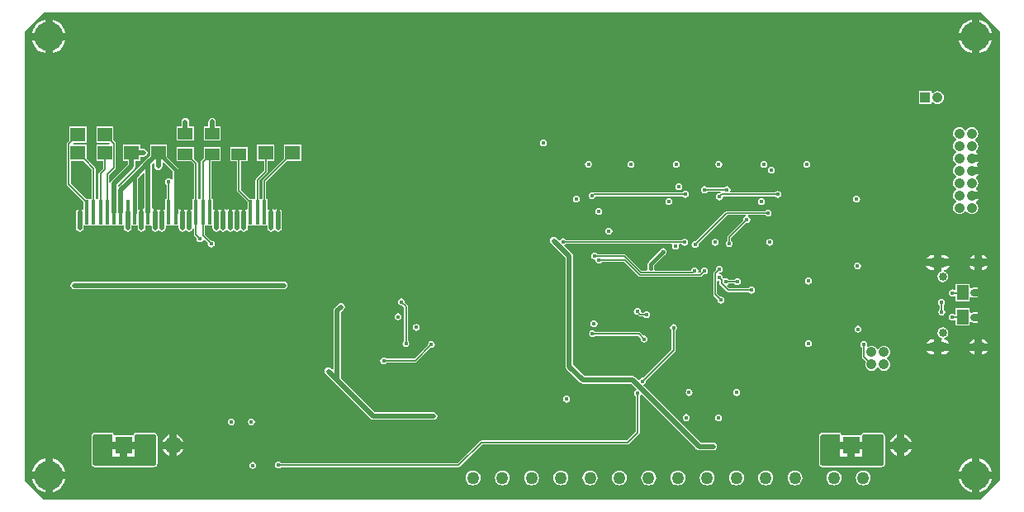
<source format=gbr>
%TF.GenerationSoftware,Altium Limited,Altium Designer,21.0.9 (235)*%
G04 Layer_Physical_Order=4*
G04 Layer_Color=16711680*
%FSLAX45Y45*%
%MOMM*%
%TF.SameCoordinates,22D8F9FD-25AF-47CB-AFD4-ABA5F5DCC75B*%
%TF.FilePolarity,Positive*%
%TF.FileFunction,Copper,L4,Bot,Signal*%
%TF.Part,Single*%
G01*
G75*
%TA.AperFunction,SMDPad,CuDef*%
%ADD10R,1.50000X1.45000*%
%ADD12R,1.20000X1.50000*%
%ADD14R,1.50000X1.20000*%
%TA.AperFunction,Conductor*%
%ADD38C,0.50800*%
%ADD39C,0.12700*%
%ADD40C,0.15240*%
%ADD41C,0.38100*%
%ADD44C,0.76200*%
%TA.AperFunction,ComponentPad*%
%ADD45C,1.05000*%
%ADD46R,1.05000X1.05000*%
%ADD47R,1.80000X1.80000*%
%TA.AperFunction,ViaPad*%
%ADD48C,3.00000*%
%TA.AperFunction,ComponentPad*%
%ADD49O,1.60000X1.00000*%
%ADD50O,2.10000X1.00000*%
%ADD51C,0.85000*%
%ADD52C,1.80000*%
%ADD53O,22.00000X0.50000*%
%TA.AperFunction,ViaPad*%
%ADD54C,0.45000*%
%ADD55C,1.27000*%
%TA.AperFunction,SMDPad,CuDef*%
%ADD74R,1.30000X1.05000*%
%ADD75R,0.40000X2.50000*%
G36*
X10000000Y4800000D02*
Y200000D01*
X9800000Y0D01*
X200000D01*
X0Y200000D01*
Y4800000D01*
X200000Y5000000D01*
X9800000D01*
X10000000Y4800000D01*
D02*
G37*
%LPC*%
G36*
X9788100Y4921735D02*
Y4788100D01*
X9921735D01*
X9912833Y4817447D01*
X9896545Y4847918D01*
X9874627Y4874627D01*
X9847919Y4896545D01*
X9817447Y4912832D01*
X9788100Y4921735D01*
D02*
G37*
G36*
X9711900D02*
X9682553Y4912832D01*
X9652082Y4896545D01*
X9625373Y4874627D01*
X9603455Y4847918D01*
X9587168Y4817447D01*
X9578265Y4788100D01*
X9711900D01*
Y4921735D01*
D02*
G37*
G36*
X288100D02*
Y4788100D01*
X421735D01*
X412833Y4817447D01*
X396545Y4847918D01*
X374627Y4874627D01*
X347919Y4896545D01*
X317447Y4912832D01*
X288100Y4921735D01*
D02*
G37*
G36*
X211900D02*
X182553Y4912832D01*
X152081Y4896545D01*
X125373Y4874627D01*
X103455Y4847918D01*
X87167Y4817447D01*
X78265Y4788100D01*
X211900D01*
Y4921735D01*
D02*
G37*
G36*
X9921735Y4711900D02*
X9788100D01*
Y4578265D01*
X9817447Y4587167D01*
X9847919Y4603455D01*
X9874627Y4625373D01*
X9896545Y4652081D01*
X9912833Y4682552D01*
X9921735Y4711900D01*
D02*
G37*
G36*
X9711900D02*
X9578265D01*
X9587168Y4682552D01*
X9603455Y4652081D01*
X9625373Y4625373D01*
X9652082Y4603455D01*
X9682553Y4587167D01*
X9711900Y4578265D01*
Y4711900D01*
D02*
G37*
G36*
X421735D02*
X288100D01*
Y4578265D01*
X317447Y4587167D01*
X347919Y4603455D01*
X374627Y4625373D01*
X396545Y4652081D01*
X412833Y4682552D01*
X421735Y4711900D01*
D02*
G37*
G36*
X211900D02*
X78265D01*
X87167Y4682552D01*
X103455Y4652081D01*
X125373Y4625373D01*
X152081Y4603455D01*
X182553Y4587167D01*
X211900Y4578265D01*
Y4711900D01*
D02*
G37*
G36*
X9363500Y4190763D02*
X9346479Y4188522D01*
X9330619Y4181952D01*
X9316999Y4171501D01*
X9314400Y4168115D01*
X9301700Y4172426D01*
Y4190200D01*
X9171300D01*
Y4059800D01*
X9301700D01*
Y4077574D01*
X9314400Y4081885D01*
X9316999Y4078499D01*
X9330619Y4068048D01*
X9346479Y4061478D01*
X9363500Y4059237D01*
X9380520Y4061478D01*
X9396381Y4068048D01*
X9410001Y4078499D01*
X9420452Y4092119D01*
X9427022Y4107979D01*
X9429263Y4125000D01*
X9427022Y4142020D01*
X9420452Y4157881D01*
X9410001Y4171501D01*
X9396381Y4181952D01*
X9380520Y4188522D01*
X9363500Y4190763D01*
D02*
G37*
G36*
X9713500Y3821763D02*
X9696479Y3819522D01*
X9680619Y3812952D01*
X9666999Y3802501D01*
X9656971Y3789432D01*
X9650114Y3788404D01*
X9649886D01*
X9643029Y3789432D01*
X9633001Y3802501D01*
X9619381Y3812952D01*
X9603521Y3819522D01*
X9586500Y3821763D01*
X9569479Y3819522D01*
X9553619Y3812952D01*
X9539999Y3802501D01*
X9529548Y3788881D01*
X9522978Y3773021D01*
X9520737Y3756000D01*
X9522978Y3738980D01*
X9529548Y3723119D01*
X9539999Y3709499D01*
X9553068Y3699471D01*
X9554096Y3692614D01*
Y3692386D01*
X9553068Y3685530D01*
X9539999Y3675501D01*
X9529548Y3661881D01*
X9522978Y3646021D01*
X9520737Y3629000D01*
X9522978Y3611980D01*
X9529548Y3596119D01*
X9539999Y3582499D01*
X9553068Y3572471D01*
X9554096Y3565614D01*
Y3565386D01*
X9553068Y3558530D01*
X9539999Y3548501D01*
X9529548Y3534881D01*
X9522978Y3519021D01*
X9520737Y3502000D01*
X9522978Y3484980D01*
X9529548Y3469119D01*
X9539999Y3455499D01*
X9553068Y3445471D01*
X9554096Y3438614D01*
Y3438386D01*
X9553068Y3431530D01*
X9539999Y3421501D01*
X9529548Y3407881D01*
X9522978Y3392021D01*
X9520737Y3375000D01*
X9522978Y3357980D01*
X9529548Y3342119D01*
X9539999Y3328499D01*
X9553068Y3318471D01*
X9554096Y3311614D01*
Y3311386D01*
X9553068Y3304530D01*
X9539999Y3294501D01*
X9529548Y3280881D01*
X9522978Y3265021D01*
X9520737Y3248000D01*
X9522978Y3230980D01*
X9529548Y3215119D01*
X9539999Y3201499D01*
X9553068Y3191471D01*
X9554096Y3184614D01*
Y3184386D01*
X9553068Y3177530D01*
X9539999Y3167501D01*
X9529548Y3153881D01*
X9522978Y3138021D01*
X9520737Y3121000D01*
X9522978Y3103980D01*
X9529548Y3088119D01*
X9539999Y3074499D01*
X9553068Y3064471D01*
X9554096Y3057614D01*
Y3057386D01*
X9553068Y3050530D01*
X9539999Y3040501D01*
X9529548Y3026881D01*
X9522978Y3011021D01*
X9520737Y2994000D01*
X9522978Y2976980D01*
X9529548Y2961119D01*
X9539999Y2947499D01*
X9553619Y2937048D01*
X9569479Y2930478D01*
X9586500Y2928237D01*
X9603521Y2930478D01*
X9619381Y2937048D01*
X9633001Y2947499D01*
X9643029Y2960568D01*
X9649886Y2961596D01*
X9650114D01*
X9656971Y2960568D01*
X9666999Y2947499D01*
X9680619Y2937048D01*
X9696479Y2930478D01*
X9713500Y2928237D01*
X9730521Y2930478D01*
X9746381Y2937048D01*
X9760001Y2947499D01*
X9770452Y2961119D01*
X9777022Y2976980D01*
X9779263Y2994000D01*
X9777022Y3011021D01*
X9770452Y3026881D01*
X9760001Y3040501D01*
X9757838Y3042161D01*
X9758710Y3057500D01*
X9769059Y3065441D01*
X9781545Y3081714D01*
X9782037Y3082901D01*
X9713501D01*
Y3159101D01*
X9782037D01*
X9781545Y3160286D01*
X9769059Y3176559D01*
X9758710Y3184500D01*
X9757838Y3199839D01*
X9760001Y3201499D01*
X9770452Y3215119D01*
X9777022Y3230980D01*
X9779263Y3248000D01*
X9777022Y3265021D01*
X9770452Y3280881D01*
X9760001Y3294501D01*
X9757838Y3296161D01*
X9758710Y3311500D01*
X9769059Y3319441D01*
X9781545Y3335714D01*
X9782037Y3336901D01*
X9713501D01*
Y3413101D01*
X9782037D01*
X9781545Y3414286D01*
X9769059Y3430559D01*
X9766986Y3432150D01*
Y3444850D01*
X9769059Y3446441D01*
X9781545Y3462714D01*
X9782037Y3463901D01*
X9713501D01*
Y3540101D01*
X9782037D01*
X9781545Y3541286D01*
X9769059Y3557559D01*
X9758710Y3565500D01*
X9757838Y3580839D01*
X9760001Y3582499D01*
X9770452Y3596119D01*
X9777022Y3611980D01*
X9779263Y3629000D01*
X9777022Y3646021D01*
X9770452Y3661881D01*
X9760001Y3675501D01*
X9746932Y3685530D01*
X9745904Y3692386D01*
Y3692614D01*
X9746932Y3699471D01*
X9760001Y3709499D01*
X9770452Y3723119D01*
X9777022Y3738980D01*
X9779263Y3756000D01*
X9777022Y3773021D01*
X9770452Y3788881D01*
X9760001Y3802501D01*
X9746381Y3812952D01*
X9730521Y3819522D01*
X9713500Y3821763D01*
D02*
G37*
G36*
X1925000Y3916346D02*
X1910134Y3913389D01*
X1897531Y3904969D01*
X1889111Y3892366D01*
X1886153Y3877500D01*
Y3827700D01*
X1837300D01*
Y3682300D01*
X2012700D01*
Y3827700D01*
X1963846D01*
Y3877500D01*
X1960889Y3892366D01*
X1952469Y3904969D01*
X1939866Y3913389D01*
X1925000Y3916346D01*
D02*
G37*
G36*
X1650000Y3913847D02*
X1635134Y3910890D01*
X1622531Y3902469D01*
X1614111Y3889866D01*
X1611153Y3875000D01*
Y3827700D01*
X1562300D01*
Y3682300D01*
X1737700D01*
Y3827700D01*
X1688847D01*
Y3875000D01*
X1685889Y3889866D01*
X1677469Y3902469D01*
X1664866Y3910890D01*
X1650000Y3913847D01*
D02*
G37*
G36*
X5320000Y3696090D02*
X5306265Y3693358D01*
X5294622Y3685579D01*
X5286842Y3673935D01*
X5284110Y3660201D01*
X5286842Y3646467D01*
X5294622Y3634823D01*
X5306265Y3627044D01*
X5320000Y3624312D01*
X5333734Y3627044D01*
X5345377Y3634823D01*
X5353157Y3646467D01*
X5355889Y3660201D01*
X5353157Y3673935D01*
X5345377Y3685579D01*
X5333734Y3693358D01*
X5320000Y3696090D01*
D02*
G37*
G36*
X8019999Y3475690D02*
X8006265Y3472957D01*
X7994622Y3465178D01*
X7986842Y3453534D01*
X7984110Y3439800D01*
X7986842Y3426066D01*
X7994622Y3414422D01*
X8006265Y3406643D01*
X8019999Y3403911D01*
X8033733Y3406643D01*
X8045377Y3414422D01*
X8053157Y3426066D01*
X8055889Y3439800D01*
X8053157Y3453534D01*
X8045377Y3465178D01*
X8033733Y3472957D01*
X8019999Y3475690D01*
D02*
G37*
G36*
X7582499D02*
X7568765Y3472957D01*
X7557122Y3465178D01*
X7549342Y3453534D01*
X7546610Y3439800D01*
X7549342Y3426066D01*
X7557122Y3414422D01*
X7568765Y3406643D01*
X7582499Y3403911D01*
X7596234Y3406643D01*
X7607877Y3414422D01*
X7615657Y3426066D01*
X7618389Y3439800D01*
X7615657Y3453534D01*
X7607877Y3465178D01*
X7596234Y3472957D01*
X7582499Y3475690D01*
D02*
G37*
G36*
X7120001D02*
X7106267Y3472957D01*
X7094623Y3465178D01*
X7086844Y3453534D01*
X7084112Y3439800D01*
X7086844Y3426066D01*
X7094623Y3414422D01*
X7106267Y3406643D01*
X7120001Y3403911D01*
X7133735Y3406643D01*
X7145379Y3414422D01*
X7153158Y3426066D01*
X7155890Y3439800D01*
X7153158Y3453534D01*
X7145379Y3465178D01*
X7133735Y3472957D01*
X7120001Y3475690D01*
D02*
G37*
G36*
X6682501D02*
X6668767Y3472957D01*
X6657124Y3465178D01*
X6649344Y3453534D01*
X6646612Y3439800D01*
X6649344Y3426066D01*
X6657124Y3414422D01*
X6668767Y3406643D01*
X6682501Y3403911D01*
X6696236Y3406643D01*
X6707879Y3414422D01*
X6715659Y3426066D01*
X6718391Y3439800D01*
X6715659Y3453534D01*
X6707879Y3465178D01*
X6696236Y3472957D01*
X6682501Y3475690D01*
D02*
G37*
G36*
X6219998D02*
X6206263Y3472957D01*
X6194620Y3465178D01*
X6186840Y3453534D01*
X6184108Y3439800D01*
X6186840Y3426066D01*
X6194620Y3414422D01*
X6206263Y3406643D01*
X6219998Y3403911D01*
X6233732Y3406643D01*
X6245375Y3414422D01*
X6253155Y3426066D01*
X6255887Y3439800D01*
X6253155Y3453534D01*
X6245375Y3465178D01*
X6233732Y3472957D01*
X6219998Y3475690D01*
D02*
G37*
G36*
X5782498D02*
X5768764Y3472957D01*
X5757120Y3465178D01*
X5749341Y3453534D01*
X5746609Y3439800D01*
X5749341Y3426066D01*
X5757120Y3414422D01*
X5768764Y3406643D01*
X5782498Y3403911D01*
X5796232Y3406643D01*
X5807876Y3414422D01*
X5815655Y3426066D01*
X5818387Y3439800D01*
X5815655Y3453534D01*
X5807876Y3465178D01*
X5796232Y3472957D01*
X5782498Y3475690D01*
D02*
G37*
G36*
X7660000Y3415890D02*
X7646266Y3413158D01*
X7634622Y3405378D01*
X7626843Y3393734D01*
X7624110Y3380000D01*
X7626843Y3366266D01*
X7634622Y3354622D01*
X7646266Y3346843D01*
X7660000Y3344111D01*
X7673734Y3346843D01*
X7685378Y3354622D01*
X7693157Y3366266D01*
X7695889Y3380000D01*
X7693157Y3393734D01*
X7685378Y3405378D01*
X7673734Y3413158D01*
X7660000Y3415890D01*
D02*
G37*
G36*
X7203440Y3215969D02*
X7189706Y3213237D01*
X7178062Y3205458D01*
X7174084Y3199503D01*
X7001656D01*
X6997678Y3205458D01*
X6986034Y3213237D01*
X6972300Y3215969D01*
X6958566Y3213237D01*
X6946922Y3205458D01*
X6939143Y3193814D01*
X6936411Y3180080D01*
X6939143Y3166346D01*
X6946922Y3154702D01*
X6958566Y3146923D01*
X6972300Y3144191D01*
X6986034Y3146923D01*
X6997678Y3154702D01*
X7001656Y3160657D01*
X7133889D01*
X7142836Y3149049D01*
X7132940Y3141176D01*
X7127240Y3142309D01*
X7113506Y3139577D01*
X7101862Y3131798D01*
X7094083Y3120154D01*
X7091351Y3106420D01*
X7094083Y3092686D01*
X7101862Y3081042D01*
X7113506Y3073263D01*
X7127240Y3070531D01*
X7140974Y3073263D01*
X7152618Y3081042D01*
X7160397Y3092686D01*
X7163129Y3106420D01*
X7167288Y3111487D01*
X7694784D01*
X7698762Y3105532D01*
X7710406Y3097753D01*
X7724140Y3095020D01*
X7737874Y3097753D01*
X7749518Y3105532D01*
X7757297Y3117176D01*
X7760029Y3130910D01*
X7757297Y3144644D01*
X7749518Y3156288D01*
X7737874Y3164067D01*
X7724140Y3166799D01*
X7710406Y3164067D01*
X7698762Y3156288D01*
X7694784Y3150333D01*
X7241172D01*
X7234384Y3163033D01*
X7236597Y3166346D01*
X7239329Y3180080D01*
X7236597Y3193814D01*
X7228818Y3205458D01*
X7217174Y3213237D01*
X7203440Y3215969D01*
D02*
G37*
G36*
X6709999Y3245687D02*
X6696265Y3242955D01*
X6684622Y3235176D01*
X6676842Y3223532D01*
X6674110Y3209798D01*
X6676842Y3196064D01*
X6684622Y3184420D01*
X6696265Y3176641D01*
X6709999Y3173909D01*
X6723734Y3176641D01*
X6735377Y3184420D01*
X6743157Y3196064D01*
X6745889Y3209798D01*
X6743157Y3223532D01*
X6735377Y3235176D01*
X6723734Y3242955D01*
X6709999Y3245687D01*
D02*
G37*
G36*
X6774180Y3167709D02*
X6760446Y3164977D01*
X6748802Y3157198D01*
X6745689Y3152538D01*
X5839894D01*
X5839893Y3152538D01*
X5834184Y3151402D01*
X5832874Y3152277D01*
X5819140Y3155009D01*
X5805406Y3152277D01*
X5793762Y3144498D01*
X5785983Y3132854D01*
X5783251Y3119120D01*
X5785983Y3105386D01*
X5793762Y3093742D01*
X5805406Y3085963D01*
X5819140Y3083231D01*
X5832874Y3085963D01*
X5844518Y3093742D01*
X5852297Y3105386D01*
X5853435Y3111102D01*
X6745689D01*
X6748802Y3106442D01*
X6760446Y3098663D01*
X6774180Y3095931D01*
X6787914Y3098663D01*
X6799558Y3106442D01*
X6807337Y3118086D01*
X6810069Y3131820D01*
X6807337Y3145554D01*
X6799558Y3157198D01*
X6787914Y3164977D01*
X6774180Y3167709D01*
D02*
G37*
G36*
X912700Y3827700D02*
X737300D01*
Y3657300D01*
X874172D01*
X875441Y3655400D01*
X868653Y3642700D01*
X737300D01*
Y3472300D01*
X805577D01*
Y3395905D01*
X765766Y3356094D01*
X761556Y3349793D01*
X760077Y3342360D01*
Y3094280D01*
X751097Y3085300D01*
X737904D01*
X728923Y3094280D01*
Y3397999D01*
X728923Y3398000D01*
X727445Y3405433D01*
X723234Y3411734D01*
X637700Y3497269D01*
Y3642700D01*
X506347D01*
X499559Y3655400D01*
X500828Y3657300D01*
X637700D01*
Y3827700D01*
X462300D01*
Y3684769D01*
X442216Y3664684D01*
X438005Y3658383D01*
X436527Y3650950D01*
Y3236150D01*
X438005Y3228717D01*
X442216Y3222416D01*
X606800Y3057831D01*
Y2982611D01*
X604052Y2980503D01*
X594100Y2976985D01*
X584366Y2983489D01*
X569500Y2986446D01*
X554634Y2983489D01*
X542031Y2975068D01*
X541491Y2974528D01*
X533071Y2961926D01*
X530113Y2947060D01*
Y2786380D01*
X533071Y2771514D01*
X541491Y2758911D01*
X554094Y2750491D01*
X568960Y2747533D01*
X583826Y2750491D01*
X596429Y2758911D01*
X604849Y2771514D01*
X607807Y2786380D01*
Y2809900D01*
X672200D01*
Y2809899D01*
X676801D01*
Y2809900D01*
X734100D01*
X742200Y2809900D01*
X754900Y2809900D01*
X812200D01*
Y2809899D01*
X816801D01*
Y2809900D01*
X882200D01*
X882200Y2809899D01*
X886801D01*
Y2809900D01*
X894900Y2809900D01*
X952200D01*
Y2809899D01*
X956801D01*
Y2809900D01*
X1020333D01*
Y2786380D01*
X1023291Y2771514D01*
X1031711Y2758911D01*
X1044314Y2750491D01*
X1059180Y2747533D01*
X1074046Y2750491D01*
X1086649Y2758911D01*
X1095069Y2771514D01*
X1098027Y2786380D01*
Y2809900D01*
X1162200D01*
X1162573Y2797355D01*
Y2786380D01*
X1165531Y2771514D01*
X1173951Y2758911D01*
X1186554Y2750491D01*
X1201420Y2747533D01*
X1216286Y2750491D01*
X1228889Y2758911D01*
X1237309Y2771514D01*
X1240267Y2786380D01*
Y2809900D01*
X1302200D01*
X1304813Y2798282D01*
Y2786380D01*
X1307771Y2771514D01*
X1316191Y2758911D01*
X1328794Y2750491D01*
X1343660Y2747533D01*
X1358526Y2750491D01*
X1371128Y2758911D01*
X1382232D01*
X1394834Y2750491D01*
X1409700Y2747533D01*
X1424566Y2750491D01*
X1437169Y2758911D01*
X1445589Y2771514D01*
X1448547Y2786380D01*
Y2809900D01*
X1512199D01*
Y2809899D01*
X1516801D01*
Y2809900D01*
X1581673D01*
Y2786380D01*
X1584631Y2771514D01*
X1593051Y2758911D01*
X1605654Y2750491D01*
X1620520Y2747533D01*
X1635386Y2750491D01*
X1646861Y2758158D01*
X1651029Y2759617D01*
X1658591D01*
X1662759Y2758158D01*
X1674234Y2750491D01*
X1689100Y2747533D01*
X1703966Y2750491D01*
X1716569Y2758911D01*
X1724989Y2771514D01*
X1727377Y2783516D01*
X1740077Y2782265D01*
Y2715980D01*
X1741555Y2708547D01*
X1745766Y2702246D01*
X1763828Y2684184D01*
X1762431Y2677160D01*
X1765163Y2663426D01*
X1772942Y2651782D01*
X1784586Y2644003D01*
X1798320Y2641271D01*
X1812054Y2644003D01*
X1823698Y2651782D01*
X1830936Y2662615D01*
X1832010Y2663546D01*
X1845033Y2666478D01*
X1879766Y2631745D01*
X1878001Y2622867D01*
X1880733Y2609133D01*
X1888512Y2597490D01*
X1900156Y2589710D01*
X1913890Y2586978D01*
X1927624Y2589710D01*
X1939268Y2597490D01*
X1947047Y2609133D01*
X1949779Y2622867D01*
X1947047Y2636602D01*
X1939268Y2648245D01*
X1927624Y2656025D01*
X1913890Y2658757D01*
X1908720Y2657728D01*
X1848923Y2717525D01*
Y2809900D01*
X1862199D01*
Y2809899D01*
X1866800D01*
Y2809900D01*
X1929653D01*
Y2786380D01*
X1932611Y2771514D01*
X1941031Y2758911D01*
X1953634Y2750491D01*
X1968500Y2747533D01*
X1983366Y2750491D01*
X1995969Y2758911D01*
X1997710Y2761517D01*
X2010410D01*
X2012151Y2758911D01*
X2024754Y2750491D01*
X2039620Y2747533D01*
X2054486Y2750491D01*
X2067089Y2758911D01*
X2068830Y2761517D01*
X2081530D01*
X2083271Y2758911D01*
X2095874Y2750491D01*
X2110740Y2747533D01*
X2125606Y2750491D01*
X2137081Y2758158D01*
X2141249Y2759617D01*
X2148811D01*
X2152979Y2758158D01*
X2164454Y2750491D01*
X2179320Y2747533D01*
X2194186Y2750491D01*
X2206789Y2758911D01*
X2208530Y2761517D01*
X2221230D01*
X2222971Y2758911D01*
X2235574Y2750491D01*
X2250440Y2747533D01*
X2265306Y2750491D01*
X2277909Y2758911D01*
X2286329Y2771514D01*
X2289287Y2786380D01*
Y2809900D01*
X2344100D01*
X2352200Y2809900D01*
X2364900Y2809900D01*
X2414100D01*
X2422200Y2809900D01*
X2434900Y2809900D01*
X2490993D01*
Y2786380D01*
X2493951Y2771514D01*
X2502371Y2758911D01*
X2514974Y2750491D01*
X2529840Y2747533D01*
X2544706Y2750491D01*
X2557309Y2758911D01*
X2559050Y2761517D01*
X2571750D01*
X2573491Y2758911D01*
X2586094Y2750491D01*
X2600960Y2747533D01*
X2615826Y2750491D01*
X2628429Y2758911D01*
X2636849Y2771514D01*
X2639807Y2786380D01*
Y2946140D01*
X2636849Y2961006D01*
X2628429Y2973608D01*
X2626969Y2975068D01*
X2614366Y2983489D01*
X2599500Y2986446D01*
X2584634Y2983489D01*
X2572032Y2975068D01*
X2557519Y2974733D01*
X2556822Y2975166D01*
X2544366Y2983489D01*
X2529500Y2986446D01*
X2514634Y2983489D01*
X2504900Y2976985D01*
X2494948Y2980503D01*
X2492200Y2982611D01*
Y3085300D01*
X2478923D01*
Y3258955D01*
X2692268Y3472300D01*
X2837700D01*
Y3642700D01*
X2662300D01*
Y3497269D01*
X2445766Y3280734D01*
X2441555Y3274433D01*
X2440077Y3267000D01*
Y3094280D01*
X2431096Y3085300D01*
X2417903D01*
X2408923Y3094280D01*
Y3272219D01*
X2488734Y3352030D01*
X2488734Y3352031D01*
X2492945Y3358332D01*
X2494423Y3365765D01*
Y3472300D01*
X2562700D01*
Y3642700D01*
X2387300D01*
Y3472300D01*
X2455577D01*
Y3373810D01*
X2375766Y3293999D01*
X2371555Y3287698D01*
X2370077Y3280265D01*
Y3094280D01*
X2361096Y3085300D01*
X2314268Y3085300D01*
X2219423Y3180145D01*
Y3472300D01*
X2287700D01*
Y3617700D01*
X2112300D01*
Y3472300D01*
X2180577D01*
Y3172100D01*
X2182055Y3164667D01*
X2186266Y3158366D01*
X2286800Y3057831D01*
Y2983198D01*
X2283159Y2980188D01*
X2274100Y2976985D01*
X2264366Y2983489D01*
X2249500Y2986446D01*
X2234634Y2983489D01*
X2222031Y2975068D01*
X2220850Y2973300D01*
X2208150D01*
X2206968Y2975068D01*
X2194366Y2983489D01*
X2179500Y2986446D01*
X2164634Y2983489D01*
X2152032Y2975069D01*
X2149873Y2973653D01*
X2145840D01*
X2136994Y2975065D01*
X2136781Y2975194D01*
X2124366Y2983489D01*
X2109500Y2986446D01*
X2094634Y2983489D01*
X2082205Y2975185D01*
X2079176Y2973330D01*
X2069779Y2973331D01*
X2066822Y2975166D01*
X2054366Y2983489D01*
X2039500Y2986446D01*
X2024634Y2983489D01*
X2012178Y2975166D01*
X2009173Y2973300D01*
X1999827D01*
X1996823Y2975166D01*
X1984366Y2983489D01*
X1969500Y2986446D01*
X1954634Y2983489D01*
X1944900Y2976985D01*
X1935841Y2980187D01*
X1932200Y2983197D01*
Y3085300D01*
X1918923D01*
Y3472300D01*
X2012700D01*
Y3617700D01*
X1837300D01*
Y3499769D01*
X1815766Y3478234D01*
X1811555Y3471933D01*
X1810077Y3464500D01*
Y3085300D01*
X1796800D01*
Y3085300D01*
X1792335D01*
X1779643Y3085647D01*
Y3449780D01*
X1778165Y3457213D01*
X1773954Y3463514D01*
X1737700Y3499769D01*
Y3617700D01*
X1562300D01*
Y3472300D01*
X1710231D01*
X1740797Y3441735D01*
Y3085300D01*
X1726800D01*
Y2982611D01*
X1724052Y2980503D01*
X1714100Y2976985D01*
X1704366Y2983489D01*
X1689500Y2986446D01*
X1674634Y2983489D01*
X1662412Y2975322D01*
X1659965Y2973979D01*
X1659348Y2973653D01*
X1652833D01*
X1647020Y2975056D01*
X1646731Y2975227D01*
X1634366Y2983489D01*
X1619500Y2986446D01*
X1604634Y2983489D01*
X1594900Y2976985D01*
X1584948Y2980503D01*
X1582200Y2982611D01*
Y3085300D01*
X1581872D01*
Y3383000D01*
X1579408Y3395388D01*
X1572391Y3405891D01*
X1462700Y3515581D01*
Y3642700D01*
X1287300D01*
Y3527238D01*
X1242032Y3481969D01*
X1102031Y3341969D01*
X971047Y3210984D01*
X958347Y3216245D01*
Y3230049D01*
X1127469Y3399172D01*
X1135890Y3411774D01*
X1138847Y3426640D01*
Y3472300D01*
X1187700D01*
Y3518654D01*
X1225000D01*
X1239866Y3521611D01*
X1252469Y3530032D01*
X1260890Y3542634D01*
X1263847Y3557500D01*
X1260890Y3572366D01*
X1252469Y3584969D01*
X1239866Y3593390D01*
X1225000Y3596347D01*
X1187700D01*
Y3642700D01*
X1012300D01*
Y3472300D01*
X1061154D01*
Y3442731D01*
X892031Y3273609D01*
X883611Y3261006D01*
X881623Y3251016D01*
X868923Y3252266D01*
Y3325575D01*
X932784Y3389436D01*
X936995Y3395737D01*
X938473Y3403170D01*
Y3650950D01*
X936995Y3658383D01*
X932784Y3664684D01*
X912700Y3684769D01*
Y3827700D01*
D02*
G37*
G36*
X8532940Y3118389D02*
X8519206Y3115657D01*
X8507562Y3107878D01*
X8499783Y3096234D01*
X8497051Y3082500D01*
X8499783Y3068766D01*
X8507562Y3057122D01*
X8519206Y3049343D01*
X8532940Y3046611D01*
X8546674Y3049343D01*
X8558318Y3057122D01*
X8566097Y3068766D01*
X8568829Y3082500D01*
X8566097Y3096234D01*
X8558318Y3107878D01*
X8546674Y3115657D01*
X8532940Y3118389D01*
D02*
G37*
G36*
X5657500D02*
X5643766Y3115657D01*
X5632122Y3107878D01*
X5624343Y3096234D01*
X5621611Y3082500D01*
X5624343Y3068766D01*
X5632122Y3057122D01*
X5643766Y3049343D01*
X5657500Y3046611D01*
X5671234Y3049343D01*
X5682878Y3057122D01*
X5690657Y3068766D01*
X5693389Y3082500D01*
X5690657Y3096234D01*
X5682878Y3107878D01*
X5671234Y3115657D01*
X5657500Y3118389D01*
D02*
G37*
G36*
X7555840Y3093390D02*
X7542106Y3090658D01*
X7530462Y3082878D01*
X7522683Y3071234D01*
X7519951Y3057500D01*
X7522683Y3043766D01*
X7530462Y3032122D01*
X7542106Y3024343D01*
X7555840Y3021611D01*
X7569574Y3024343D01*
X7581218Y3032122D01*
X7588998Y3043766D01*
X7591730Y3057500D01*
X7588998Y3071234D01*
X7581218Y3082878D01*
X7569574Y3090658D01*
X7555840Y3093390D01*
D02*
G37*
G36*
X6605880D02*
X6592146Y3090658D01*
X6580502Y3082878D01*
X6572723Y3071234D01*
X6569991Y3057500D01*
X6572723Y3043766D01*
X6580502Y3032122D01*
X6592146Y3024343D01*
X6605880Y3021611D01*
X6619614Y3024343D01*
X6631258Y3032122D01*
X6639038Y3043766D01*
X6641770Y3057500D01*
X6639038Y3071234D01*
X6631258Y3082878D01*
X6619614Y3090658D01*
X6605880Y3093390D01*
D02*
G37*
G36*
X5890000Y2993389D02*
X5876266Y2990657D01*
X5864622Y2982878D01*
X5856842Y2971234D01*
X5854110Y2957500D01*
X5856842Y2943766D01*
X5864622Y2932122D01*
X5876266Y2924343D01*
X5890000Y2921611D01*
X5903734Y2924343D01*
X5915378Y2932122D01*
X5923157Y2943766D01*
X5925889Y2957500D01*
X5923157Y2971234D01*
X5915378Y2982878D01*
X5903734Y2990657D01*
X5890000Y2993389D01*
D02*
G37*
G36*
X7625080Y2974669D02*
X7611346Y2971937D01*
X7599702Y2964158D01*
X7595724Y2958203D01*
X7198360D01*
X7190927Y2956725D01*
X7184626Y2952514D01*
X6882804Y2650692D01*
X6875780Y2652089D01*
X6862046Y2649357D01*
X6850402Y2641578D01*
X6842623Y2629934D01*
X6839891Y2616200D01*
X6842623Y2602466D01*
X6850402Y2590822D01*
X6862046Y2583043D01*
X6875780Y2580311D01*
X6889514Y2583043D01*
X6901158Y2590822D01*
X6908937Y2602466D01*
X6911669Y2616200D01*
X6910272Y2623224D01*
X7206405Y2919357D01*
X7395473D01*
X7396724Y2906657D01*
X7392906Y2905897D01*
X7381262Y2898118D01*
X7373483Y2886474D01*
X7370751Y2872740D01*
X7372148Y2865716D01*
X7212566Y2706134D01*
X7208355Y2699833D01*
X7206877Y2692400D01*
Y2658256D01*
X7200922Y2654278D01*
X7193143Y2642634D01*
X7190411Y2628900D01*
X7193143Y2615166D01*
X7200922Y2603522D01*
X7212566Y2595743D01*
X7226300Y2593011D01*
X7240034Y2595743D01*
X7251678Y2603522D01*
X7259457Y2615166D01*
X7262189Y2628900D01*
X7259457Y2642634D01*
X7251678Y2654278D01*
X7245723Y2658256D01*
Y2684355D01*
X7399616Y2838248D01*
X7406640Y2836851D01*
X7420374Y2839583D01*
X7432018Y2847362D01*
X7439797Y2859006D01*
X7442529Y2872740D01*
X7439797Y2886474D01*
X7432018Y2898118D01*
X7420374Y2905897D01*
X7416556Y2906657D01*
X7417807Y2919357D01*
X7595724D01*
X7599702Y2913402D01*
X7611346Y2905623D01*
X7625080Y2902891D01*
X7638814Y2905623D01*
X7650458Y2913402D01*
X7658237Y2925046D01*
X7660969Y2938780D01*
X7658237Y2952514D01*
X7650458Y2964158D01*
X7638814Y2971937D01*
X7625080Y2974669D01*
D02*
G37*
G36*
X5992500Y2790890D02*
X5978766Y2788157D01*
X5967122Y2780378D01*
X5959343Y2768734D01*
X5956611Y2755000D01*
X5959343Y2741266D01*
X5967122Y2729622D01*
X5978766Y2721843D01*
X5992500Y2719111D01*
X6006234Y2721843D01*
X6017878Y2729622D01*
X6025657Y2741266D01*
X6028390Y2755000D01*
X6025657Y2768734D01*
X6017878Y2780378D01*
X6006234Y2788157D01*
X5992500Y2790890D01*
D02*
G37*
G36*
X5427980Y2693147D02*
X5413114Y2690189D01*
X5400511Y2681769D01*
X5392091Y2669166D01*
X5389133Y2654300D01*
X5392091Y2639434D01*
X5400511Y2626831D01*
X5547883Y2479459D01*
Y1367790D01*
X5550841Y1352924D01*
X5559261Y1340321D01*
X5697691Y1201891D01*
X5710294Y1193471D01*
X5725160Y1190513D01*
X6219609D01*
X6273846Y1136277D01*
X6270397Y1121765D01*
X6262722Y1116637D01*
X6254942Y1104993D01*
X6252210Y1091259D01*
X6254942Y1077525D01*
X6262722Y1065882D01*
X6268676Y1061903D01*
Y697985D01*
X6179395Y608703D01*
X4683458D01*
X4676025Y607225D01*
X4669723Y603014D01*
X4669723Y603014D01*
X4441732Y375023D01*
X2635396D01*
X2631418Y380978D01*
X2619774Y388757D01*
X2606040Y391489D01*
X2592306Y388757D01*
X2580662Y380978D01*
X2572883Y369334D01*
X2570151Y355600D01*
X2572883Y341866D01*
X2580662Y330222D01*
X2592306Y322443D01*
X2606040Y319711D01*
X2619774Y322443D01*
X2631418Y330222D01*
X2635396Y336177D01*
X4449778D01*
X4457211Y337655D01*
X4463512Y341866D01*
X4691503Y569857D01*
X6187440D01*
X6194873Y571335D01*
X6201174Y575546D01*
X6301833Y676205D01*
X6306044Y682506D01*
X6307522Y689939D01*
Y1061903D01*
X6313477Y1065882D01*
X6318605Y1073557D01*
X6333117Y1077006D01*
X6890691Y519432D01*
X6903294Y511011D01*
X6918160Y508054D01*
X7063100D01*
X7077966Y511011D01*
X7090569Y519432D01*
X7098990Y532034D01*
X7101947Y546900D01*
X7098990Y561766D01*
X7090569Y574369D01*
X7077966Y582790D01*
X7063100Y585747D01*
X6934251D01*
X6348885Y1171112D01*
X6353085Y1184873D01*
X6362678Y1191282D01*
X6370457Y1202926D01*
X6373189Y1216660D01*
X6371792Y1223684D01*
X6668534Y1520426D01*
X6672745Y1526727D01*
X6674223Y1534160D01*
Y1735944D01*
X6680178Y1739922D01*
X6687957Y1751566D01*
X6690689Y1765300D01*
X6687957Y1779034D01*
X6680178Y1790678D01*
X6668534Y1798457D01*
X6654800Y1801189D01*
X6641066Y1798457D01*
X6629422Y1790678D01*
X6621643Y1779034D01*
X6618911Y1765300D01*
X6621643Y1751566D01*
X6629422Y1739922D01*
X6635377Y1735944D01*
Y1542205D01*
X6344324Y1251152D01*
X6337300Y1252549D01*
X6323566Y1249817D01*
X6311922Y1242038D01*
X6305513Y1232445D01*
X6291752Y1228245D01*
X6263169Y1256829D01*
X6250566Y1265249D01*
X6235700Y1268207D01*
X5741251D01*
X5625577Y1383881D01*
Y2495550D01*
X5622619Y2510416D01*
X5614199Y2523019D01*
X5535915Y2601303D01*
X5539364Y2615814D01*
X5547039Y2620942D01*
X5548839Y2623637D01*
X6633339D01*
X6640986Y2610936D01*
X6639111Y2601510D01*
X6641843Y2587775D01*
X6649622Y2576132D01*
X6661266Y2568352D01*
X6675000Y2565620D01*
X6688734Y2568352D01*
X6700378Y2576132D01*
X6708158Y2587775D01*
X6710890Y2601510D01*
X6709014Y2610936D01*
X6716661Y2623637D01*
X6737565D01*
X6743722Y2614422D01*
X6755366Y2606642D01*
X6769100Y2603910D01*
X6782834Y2606642D01*
X6794478Y2614422D01*
X6802257Y2626065D01*
X6804989Y2639800D01*
X6802257Y2653534D01*
X6794478Y2665177D01*
X6782834Y2672957D01*
X6769100Y2675689D01*
X6755366Y2672957D01*
X6743722Y2665177D01*
X6741922Y2662483D01*
X5553196D01*
X5547039Y2671698D01*
X5535396Y2679477D01*
X5521661Y2682210D01*
X5507927Y2679477D01*
X5496284Y2671698D01*
X5491155Y2664023D01*
X5476644Y2660573D01*
X5455449Y2681769D01*
X5442846Y2690189D01*
X5427980Y2693147D01*
D02*
G37*
G36*
X7642499Y2675686D02*
X7628765Y2672954D01*
X7617122Y2665174D01*
X7609342Y2653531D01*
X7606610Y2639797D01*
X7609342Y2626062D01*
X7617122Y2614419D01*
X7628765Y2606639D01*
X7642499Y2603907D01*
X7656234Y2606639D01*
X7667877Y2614419D01*
X7675657Y2626062D01*
X7678389Y2639797D01*
X7675657Y2653531D01*
X7667877Y2665174D01*
X7656234Y2672954D01*
X7642499Y2675686D01*
D02*
G37*
G36*
X7082500D02*
X7068766Y2672954D01*
X7057123Y2665174D01*
X7049343Y2653531D01*
X7046611Y2639797D01*
X7049343Y2626062D01*
X7057123Y2614419D01*
X7068766Y2606639D01*
X7082500Y2603907D01*
X7096235Y2606639D01*
X7107878Y2614419D01*
X7115658Y2626062D01*
X7118390Y2639797D01*
X7115658Y2653531D01*
X7107878Y2665174D01*
X7096235Y2672954D01*
X7082500Y2675686D01*
D02*
G37*
G36*
X9419000Y2508051D02*
X9402100D01*
Y2470100D01*
X9484804D01*
X9472776Y2485776D01*
X9457025Y2497862D01*
X9438683Y2505459D01*
X9419000Y2508051D01*
D02*
G37*
G36*
X9325900D02*
X9309000D01*
X9289316Y2505459D01*
X9270974Y2497862D01*
X9255224Y2485776D01*
X9243195Y2470100D01*
X9325900D01*
Y2508051D01*
D02*
G37*
G36*
X9820100Y2506984D02*
Y2470100D01*
X9877804D01*
X9865776Y2485776D01*
X9850025Y2497862D01*
X9831683Y2505459D01*
X9820100Y2506984D01*
D02*
G37*
G36*
X9743900D02*
X9732317Y2505459D01*
X9713975Y2497862D01*
X9698224Y2485776D01*
X9686196Y2470100D01*
X9743900D01*
Y2506984D01*
D02*
G37*
G36*
X8542500Y2433389D02*
X8528766Y2430657D01*
X8517122Y2422878D01*
X8509343Y2411234D01*
X8506611Y2397500D01*
X8509343Y2383766D01*
X8517122Y2372122D01*
X8528766Y2364342D01*
X8542500Y2361610D01*
X8556234Y2364342D01*
X8567878Y2372122D01*
X8575657Y2383766D01*
X8578389Y2397500D01*
X8575657Y2411234D01*
X8567878Y2422878D01*
X8556234Y2430657D01*
X8542500Y2433389D01*
D02*
G37*
G36*
X9877804Y2393900D02*
X9820100D01*
Y2357016D01*
X9831683Y2358541D01*
X9850025Y2366138D01*
X9865776Y2378224D01*
X9877804Y2393900D01*
D02*
G37*
G36*
X9743900D02*
X9686196D01*
X9698224Y2378224D01*
X9713975Y2366138D01*
X9732317Y2358541D01*
X9743900Y2357016D01*
Y2393900D01*
D02*
G37*
G36*
X9325900Y2393900D02*
X9243195D01*
X9255224Y2378224D01*
X9270974Y2366138D01*
X9289316Y2358541D01*
X9309000Y2355949D01*
X9325900D01*
Y2393900D01*
D02*
G37*
G36*
X6550660Y2580969D02*
X6536926Y2578237D01*
X6525282Y2570458D01*
X6517503Y2558814D01*
X6517227Y2557428D01*
X6400770Y2440970D01*
X6393752Y2430468D01*
X6391288Y2418080D01*
Y2389810D01*
X6390503Y2388634D01*
X6387771Y2374900D01*
X6389970Y2363843D01*
X6383088Y2351143D01*
X6325947D01*
X6281645Y2395445D01*
X6281644Y2395446D01*
X6163085Y2514004D01*
X6156784Y2518215D01*
X6149351Y2519693D01*
X5876436D01*
X5872458Y2525648D01*
X5860814Y2533427D01*
X5847080Y2536160D01*
X5833346Y2533427D01*
X5821702Y2525648D01*
X5813923Y2514004D01*
X5811191Y2500270D01*
X5813923Y2486536D01*
X5821702Y2474892D01*
X5833346Y2467113D01*
X5842720Y2465248D01*
X5854371Y2458720D01*
X5857103Y2444986D01*
X5864882Y2433342D01*
X5876526Y2425563D01*
X5890260Y2422831D01*
X5903994Y2425563D01*
X5915638Y2433342D01*
X5919616Y2439297D01*
X6146935D01*
X6293646Y2292586D01*
X6299947Y2288375D01*
X6307380Y2286897D01*
X6931660D01*
X6939093Y2288375D01*
X6945394Y2292586D01*
X6965276Y2312468D01*
X6972300Y2311071D01*
X6986034Y2313803D01*
X6997678Y2321582D01*
X7005457Y2333226D01*
X7008189Y2346960D01*
X7005457Y2360694D01*
X6997678Y2372338D01*
X6986034Y2380117D01*
X6972300Y2382849D01*
X6958566Y2380117D01*
X6946922Y2372338D01*
X6939143Y2360694D01*
X6936411Y2346960D01*
X6937808Y2339936D01*
X6926354Y2328483D01*
X6915341Y2329426D01*
X6907648Y2340424D01*
X6909129Y2347870D01*
X6906397Y2361604D01*
X6898618Y2373248D01*
X6886974Y2381027D01*
X6873240Y2383760D01*
X6859506Y2381027D01*
X6847862Y2373248D01*
X6840083Y2361604D01*
X6838002Y2351143D01*
X6464232D01*
X6457350Y2363843D01*
X6459549Y2374900D01*
X6456817Y2388634D01*
X6456032Y2389810D01*
Y2404671D01*
X6563008Y2511647D01*
X6564394Y2511923D01*
X6576038Y2519702D01*
X6583817Y2531346D01*
X6586549Y2545080D01*
X6583817Y2558814D01*
X6576038Y2570458D01*
X6564394Y2578237D01*
X6550660Y2580969D01*
D02*
G37*
G36*
X9484804Y2393900D02*
X9402100D01*
Y2355949D01*
X9405532D01*
X9406783Y2343249D01*
X9395462Y2340997D01*
X9377203Y2328797D01*
X9365003Y2310538D01*
X9360718Y2289000D01*
X9365003Y2267462D01*
X9377203Y2249203D01*
X9395462Y2237003D01*
X9417000Y2232718D01*
X9438538Y2237003D01*
X9456797Y2249203D01*
X9468997Y2267462D01*
X9473282Y2289000D01*
X9468997Y2310538D01*
X9456797Y2328797D01*
X9438538Y2340997D01*
X9424276Y2343834D01*
X9424697Y2356699D01*
X9438683Y2358541D01*
X9457025Y2366138D01*
X9472776Y2378224D01*
X9484804Y2393900D01*
D02*
G37*
G36*
X8037500Y2278389D02*
X8023766Y2275657D01*
X8012122Y2267878D01*
X8004343Y2256234D01*
X8001611Y2242500D01*
X8004343Y2228766D01*
X8012122Y2217122D01*
X8023766Y2209343D01*
X8037500Y2206611D01*
X8051234Y2209343D01*
X8062878Y2217122D01*
X8070657Y2228766D01*
X8073389Y2242500D01*
X8070657Y2256234D01*
X8062878Y2267878D01*
X8051234Y2275657D01*
X8037500Y2278389D01*
D02*
G37*
G36*
X7124700Y2398089D02*
X7110966Y2395357D01*
X7099322Y2387578D01*
X7091543Y2375934D01*
X7088811Y2362200D01*
X7090208Y2355176D01*
X7066876Y2331844D01*
X7062665Y2325543D01*
X7061187Y2318110D01*
Y2106924D01*
X7062665Y2099491D01*
X7066876Y2093189D01*
X7106231Y2053834D01*
X7104834Y2046810D01*
X7107566Y2033076D01*
X7115345Y2021433D01*
X7126989Y2013653D01*
X7140723Y2010921D01*
X7154457Y2013653D01*
X7166101Y2021433D01*
X7173880Y2033076D01*
X7176613Y2046810D01*
X7173880Y2060545D01*
X7166101Y2072188D01*
X7154457Y2079968D01*
X7140723Y2082700D01*
X7133699Y2081303D01*
X7100033Y2114969D01*
Y2237799D01*
X7112733Y2245446D01*
X7122160Y2243571D01*
X7127056Y2239552D01*
Y2220700D01*
X7128535Y2213267D01*
X7132745Y2206965D01*
X7203482Y2136229D01*
X7209783Y2132019D01*
X7217216Y2130540D01*
X7426042D01*
X7430020Y2124586D01*
X7441664Y2116806D01*
X7455398Y2114074D01*
X7469132Y2116806D01*
X7480775Y2124586D01*
X7488555Y2136229D01*
X7491287Y2149963D01*
X7488555Y2163697D01*
X7480775Y2175341D01*
X7469132Y2183121D01*
X7455398Y2185853D01*
X7441664Y2183121D01*
X7430020Y2175341D01*
X7426042Y2169386D01*
X7225261D01*
X7201843Y2192805D01*
X7205416Y2207193D01*
X7213407Y2212533D01*
X7217329Y2218402D01*
X7278167D01*
X7282202Y2212362D01*
X7293846Y2204583D01*
X7307580Y2201851D01*
X7321314Y2204583D01*
X7332958Y2212362D01*
X7340737Y2224006D01*
X7343469Y2237740D01*
X7340737Y2251474D01*
X7332958Y2263118D01*
X7321314Y2270897D01*
X7307580Y2273629D01*
X7293846Y2270897D01*
X7282202Y2263118D01*
X7278281Y2257248D01*
X7217443D01*
X7213407Y2263288D01*
X7201764Y2271068D01*
X7188030Y2273800D01*
X7174295Y2271068D01*
X7168536Y2267219D01*
X7163821Y2268158D01*
X7157138Y2274878D01*
X7158049Y2279460D01*
X7155317Y2293195D01*
X7147538Y2304838D01*
X7135894Y2312618D01*
X7128427Y2314103D01*
Y2327052D01*
X7138434Y2329043D01*
X7150078Y2336822D01*
X7157857Y2348466D01*
X7160589Y2362200D01*
X7157857Y2375934D01*
X7150078Y2387578D01*
X7138434Y2395357D01*
X7124700Y2398089D01*
D02*
G37*
G36*
X2659500Y2236038D02*
X509500D01*
X494790Y2233112D01*
X482320Y2224780D01*
X473988Y2212310D01*
X471062Y2197600D01*
X473988Y2182890D01*
X482320Y2170420D01*
X494790Y2162087D01*
X509500Y2159161D01*
X2659500D01*
X2674210Y2162087D01*
X2686680Y2170420D01*
X2695012Y2182890D01*
X2697938Y2197600D01*
X2695012Y2212310D01*
X2686680Y2224780D01*
X2674210Y2233112D01*
X2659500Y2236038D01*
D02*
G37*
G36*
X9692700Y2212700D02*
X9547300D01*
Y2156797D01*
X9534600Y2150031D01*
X9528574Y2154057D01*
X9514840Y2156789D01*
X9501106Y2154057D01*
X9489462Y2146278D01*
X9481683Y2134634D01*
X9478951Y2120900D01*
X9481683Y2107166D01*
X9489462Y2095522D01*
X9501106Y2087743D01*
X9514840Y2085011D01*
X9528574Y2087743D01*
X9534600Y2091769D01*
X9547300Y2085003D01*
Y2037300D01*
X9692700D01*
Y2074191D01*
X9705400Y2080980D01*
X9712127Y2076485D01*
X9731948Y2072542D01*
X9735278Y2073205D01*
X9830000D01*
X9849821Y2077147D01*
X9866625Y2088375D01*
X9877853Y2105179D01*
X9881795Y2125000D01*
X9877853Y2144821D01*
X9866625Y2161625D01*
X9849821Y2172853D01*
X9830000Y2176795D01*
X9732610D01*
X9712789Y2172853D01*
X9705400Y2167915D01*
X9692700Y2174704D01*
Y2212700D01*
D02*
G37*
G36*
Y1962700D02*
X9547300D01*
Y1907877D01*
X9534600Y1901111D01*
X9528574Y1905137D01*
X9514840Y1907869D01*
X9501106Y1905137D01*
X9489462Y1897358D01*
X9481683Y1885714D01*
X9478951Y1871980D01*
X9481683Y1858246D01*
X9489462Y1846602D01*
X9501106Y1838823D01*
X9514840Y1836091D01*
X9528574Y1838823D01*
X9534600Y1842849D01*
X9547300Y1836083D01*
Y1787300D01*
X9692700D01*
Y1818527D01*
X9705400Y1825315D01*
X9710979Y1821587D01*
X9730800Y1817645D01*
X9824440D01*
X9844261Y1821587D01*
X9861065Y1832815D01*
X9866625Y1838375D01*
X9877853Y1855179D01*
X9881795Y1875000D01*
X9877853Y1894821D01*
X9866625Y1911625D01*
X9849821Y1922853D01*
X9830000Y1926795D01*
X9810179Y1922853D01*
X9807758Y1921235D01*
X9730800D01*
X9710979Y1917293D01*
X9705400Y1913565D01*
X9692700Y1920353D01*
Y1962700D01*
D02*
G37*
G36*
X9403440Y2060269D02*
X9389706Y2057537D01*
X9378062Y2049758D01*
X9370283Y2038114D01*
X9367550Y2024380D01*
X9370283Y2010646D01*
X9378062Y1999002D01*
X9384902Y1994432D01*
Y1953811D01*
X9380242Y1950698D01*
X9372463Y1939054D01*
X9369731Y1925320D01*
X9372463Y1911586D01*
X9380242Y1899942D01*
X9391886Y1892163D01*
X9405620Y1889431D01*
X9419354Y1892163D01*
X9430998Y1899942D01*
X9438777Y1911586D01*
X9441509Y1925320D01*
X9438777Y1939054D01*
X9430998Y1950698D01*
X9426338Y1953811D01*
Y1997346D01*
X9428818Y1999002D01*
X9436597Y2010646D01*
X9439329Y2024380D01*
X9436597Y2038114D01*
X9428818Y2049758D01*
X9417174Y2057537D01*
X9403440Y2060269D01*
D02*
G37*
G36*
X6283960Y1966289D02*
X6270226Y1963557D01*
X6258582Y1955778D01*
X6250803Y1944134D01*
X6248071Y1930400D01*
X6250803Y1916666D01*
X6258582Y1905022D01*
X6270226Y1897243D01*
X6283960Y1894511D01*
X6290984Y1895908D01*
X6301076Y1885816D01*
X6301076Y1885815D01*
X6307378Y1881605D01*
X6314810Y1880126D01*
X6314812Y1880127D01*
X6348954D01*
X6352933Y1874172D01*
X6364576Y1866392D01*
X6378310Y1863660D01*
X6392045Y1866392D01*
X6403688Y1874172D01*
X6411468Y1885815D01*
X6414200Y1899550D01*
X6411468Y1913284D01*
X6403688Y1924927D01*
X6392045Y1932707D01*
X6378310Y1935439D01*
X6364576Y1932707D01*
X6352933Y1924927D01*
X6348954Y1918973D01*
X6329622D01*
X6319849Y1930400D01*
X6317117Y1944134D01*
X6309338Y1955778D01*
X6297694Y1963557D01*
X6283960Y1966289D01*
D02*
G37*
G36*
X3830320Y1912949D02*
X3816586Y1910217D01*
X3804942Y1902438D01*
X3797163Y1890794D01*
X3794431Y1877060D01*
X3797163Y1863326D01*
X3804942Y1851682D01*
X3816586Y1843903D01*
X3830320Y1841171D01*
X3844054Y1843903D01*
X3855698Y1851682D01*
X3863477Y1863326D01*
X3866209Y1877060D01*
X3863477Y1890794D01*
X3855698Y1902438D01*
X3844054Y1910217D01*
X3830320Y1912949D01*
D02*
G37*
G36*
X5839800Y1840890D02*
X5826066Y1838158D01*
X5814423Y1830378D01*
X5806643Y1818734D01*
X5803911Y1805000D01*
X5806643Y1791266D01*
X5814423Y1779623D01*
X5826066Y1771843D01*
X5839800Y1769111D01*
X5853535Y1771843D01*
X5865178Y1779623D01*
X5872958Y1791266D01*
X5875690Y1805000D01*
X5872958Y1818734D01*
X5865178Y1830378D01*
X5853535Y1838158D01*
X5839800Y1840890D01*
D02*
G37*
G36*
X4018280Y1803729D02*
X4004546Y1800997D01*
X3992902Y1793218D01*
X3985123Y1781574D01*
X3982391Y1767840D01*
X3985123Y1754106D01*
X3992902Y1742462D01*
X4004546Y1734683D01*
X4018280Y1731951D01*
X4032014Y1734683D01*
X4043658Y1742462D01*
X4051437Y1754106D01*
X4054169Y1767840D01*
X4051437Y1781574D01*
X4043658Y1793218D01*
X4032014Y1800997D01*
X4018280Y1803729D01*
D02*
G37*
G36*
X8547500Y1785889D02*
X8533766Y1783157D01*
X8522122Y1775378D01*
X8514343Y1763734D01*
X8511611Y1750000D01*
X8514343Y1736266D01*
X8522122Y1724622D01*
X8533766Y1716843D01*
X8547500Y1714111D01*
X8561234Y1716843D01*
X8572878Y1724622D01*
X8580657Y1736266D01*
X8583389Y1750000D01*
X8580657Y1763734D01*
X8572878Y1775378D01*
X8561234Y1783157D01*
X8547500Y1785889D01*
D02*
G37*
G36*
X5824220Y1737689D02*
X5810486Y1734957D01*
X5798842Y1727178D01*
X5791063Y1715534D01*
X5788331Y1701800D01*
X5791063Y1688066D01*
X5798842Y1676422D01*
X5810486Y1668643D01*
X5824220Y1665911D01*
X5837954Y1668643D01*
X5849598Y1676422D01*
X5853576Y1682377D01*
X6293695D01*
X6320588Y1655484D01*
X6319191Y1648460D01*
X6321923Y1634726D01*
X6329702Y1623082D01*
X6341346Y1615303D01*
X6355080Y1612571D01*
X6368814Y1615303D01*
X6380458Y1623082D01*
X6388237Y1634726D01*
X6390969Y1648460D01*
X6388237Y1662194D01*
X6380458Y1673838D01*
X6368814Y1681617D01*
X6355080Y1684349D01*
X6348056Y1682952D01*
X6315474Y1715534D01*
X6309173Y1719745D01*
X6301740Y1721223D01*
X5853576D01*
X5849598Y1727178D01*
X5837954Y1734957D01*
X5824220Y1737689D01*
D02*
G37*
G36*
X9417000Y1767282D02*
X9395462Y1762997D01*
X9377203Y1750797D01*
X9365003Y1732538D01*
X9360718Y1711000D01*
X9365003Y1689462D01*
X9377203Y1671203D01*
X9395462Y1659003D01*
X9406783Y1656751D01*
X9405532Y1644051D01*
X9402100D01*
Y1606100D01*
X9484804D01*
X9472776Y1621776D01*
X9457025Y1633862D01*
X9438683Y1641460D01*
X9424697Y1643301D01*
X9424276Y1656166D01*
X9438538Y1659003D01*
X9456797Y1671203D01*
X9468997Y1689462D01*
X9473282Y1711000D01*
X9468997Y1732538D01*
X9456797Y1750797D01*
X9438538Y1762997D01*
X9417000Y1767282D01*
D02*
G37*
G36*
X9325900Y1644051D02*
X9309000D01*
X9289316Y1641460D01*
X9270974Y1633862D01*
X9255224Y1621776D01*
X9243195Y1606100D01*
X9325900D01*
Y1644051D01*
D02*
G37*
G36*
X9820100Y1642985D02*
Y1606100D01*
X9877804D01*
X9865776Y1621776D01*
X9850025Y1633862D01*
X9831683Y1641460D01*
X9820100Y1642985D01*
D02*
G37*
G36*
X9743900D02*
X9732317Y1641460D01*
X9713975Y1633862D01*
X9698224Y1621776D01*
X9686196Y1606100D01*
X9743900D01*
Y1642985D01*
D02*
G37*
G36*
X8037500Y1638389D02*
X8023766Y1635657D01*
X8012122Y1627878D01*
X8004343Y1616234D01*
X8001611Y1602500D01*
X8004343Y1588766D01*
X8012122Y1577122D01*
X8023766Y1569343D01*
X8037500Y1566611D01*
X8051234Y1569343D01*
X8062878Y1577122D01*
X8070657Y1588766D01*
X8073389Y1602500D01*
X8070657Y1616234D01*
X8062878Y1627878D01*
X8051234Y1635657D01*
X8037500Y1638389D01*
D02*
G37*
G36*
X3864970Y2065349D02*
X3851236Y2062617D01*
X3839592Y2054838D01*
X3831813Y2043194D01*
X3829080Y2029460D01*
X3831813Y2015726D01*
X3839592Y2004082D01*
X3851236Y1996303D01*
X3864970Y1993571D01*
X3871994Y1994968D01*
X3892177Y1974785D01*
Y1629556D01*
X3886222Y1625578D01*
X3878443Y1613934D01*
X3875711Y1600200D01*
X3878443Y1586466D01*
X3886222Y1574822D01*
X3897866Y1567043D01*
X3911600Y1564311D01*
X3925334Y1567043D01*
X3936978Y1574822D01*
X3944757Y1586466D01*
X3947489Y1600200D01*
X3944757Y1613934D01*
X3936978Y1625578D01*
X3931023Y1629556D01*
Y1982829D01*
X3931023Y1982830D01*
X3929545Y1990263D01*
X3925334Y1996564D01*
X3925334Y1996565D01*
X3899462Y2022436D01*
X3900859Y2029460D01*
X3898127Y2043194D01*
X3890348Y2054838D01*
X3878704Y2062617D01*
X3864970Y2065349D01*
D02*
G37*
G36*
X4173530Y1628159D02*
X4159796Y1625427D01*
X4148152Y1617647D01*
X4140373Y1606004D01*
X4137641Y1592270D01*
X4138513Y1587882D01*
X3996395Y1445763D01*
X3712044D01*
X3708827Y1450578D01*
X3697184Y1458358D01*
X3683450Y1461090D01*
X3669716Y1458358D01*
X3658072Y1450578D01*
X3650292Y1438934D01*
X3647560Y1425200D01*
X3650292Y1411466D01*
X3658072Y1399822D01*
X3669716Y1392043D01*
X3683450Y1389311D01*
X3697184Y1392043D01*
X3708827Y1399822D01*
X3713568Y1406917D01*
X4004440D01*
X4011873Y1408395D01*
X4018174Y1412606D01*
X4163870Y1558302D01*
X4173530Y1556380D01*
X4187264Y1559112D01*
X4198908Y1566892D01*
X4206688Y1578535D01*
X4209420Y1592270D01*
X4206688Y1606004D01*
X4198908Y1617647D01*
X4187264Y1625427D01*
X4173530Y1628159D01*
D02*
G37*
G36*
X9877804Y1529900D02*
X9820100D01*
Y1493016D01*
X9831683Y1494541D01*
X9850025Y1502138D01*
X9865776Y1514224D01*
X9877804Y1529900D01*
D02*
G37*
G36*
X9743900D02*
X9686196D01*
X9698224Y1514224D01*
X9713975Y1502138D01*
X9732317Y1494541D01*
X9743900Y1493016D01*
Y1529900D01*
D02*
G37*
G36*
X9484804Y1529900D02*
X9402100D01*
Y1491950D01*
X9419000D01*
X9438683Y1494541D01*
X9457025Y1502138D01*
X9472776Y1514224D01*
X9484804Y1529900D01*
D02*
G37*
G36*
X9325900D02*
X9243195D01*
X9255224Y1514224D01*
X9270974Y1502138D01*
X9289316Y1494541D01*
X9309000Y1491950D01*
X9325900D01*
Y1529900D01*
D02*
G37*
G36*
X3246120Y2017507D02*
X3231254Y2014549D01*
X3218651Y2006129D01*
X3178011Y1965489D01*
X3169591Y1952886D01*
X3166633Y1938020D01*
Y1339737D01*
X3154900Y1334877D01*
X3144049Y1345729D01*
X3131446Y1354149D01*
X3116580Y1357107D01*
X3116183D01*
X3101317Y1354149D01*
X3088715Y1345729D01*
X3080294Y1333126D01*
X3077337Y1318260D01*
X3080294Y1303394D01*
X3088715Y1290791D01*
X3089910Y1289993D01*
X3134831Y1245071D01*
X3134832Y1245071D01*
X3178011Y1201891D01*
X3548851Y831051D01*
X3561454Y822631D01*
X3576320Y819673D01*
X4196080D01*
X4210946Y822631D01*
X4223549Y831051D01*
X4231969Y843654D01*
X4234927Y858520D01*
X4231969Y873386D01*
X4223549Y885989D01*
X4210946Y894409D01*
X4196080Y897367D01*
X3592411D01*
X3244327Y1245451D01*
Y1921929D01*
X3273589Y1951191D01*
X3282009Y1963794D01*
X3284967Y1978660D01*
X3282009Y1993526D01*
X3273589Y2006129D01*
X3260986Y2014549D01*
X3246120Y2017507D01*
D02*
G37*
G36*
X8608060Y1628469D02*
X8594326Y1625737D01*
X8582682Y1617958D01*
X8574903Y1606314D01*
X8572171Y1592580D01*
X8574903Y1578846D01*
X8582682Y1567202D01*
X8588637Y1563224D01*
Y1464940D01*
X8590115Y1457507D01*
X8594326Y1451206D01*
X8628553Y1416979D01*
X8622978Y1403520D01*
X8620737Y1386500D01*
X8622978Y1369479D01*
X8629548Y1353619D01*
X8639999Y1339999D01*
X8653619Y1329548D01*
X8669479Y1322978D01*
X8686500Y1320737D01*
X8703521Y1322978D01*
X8719381Y1329548D01*
X8733001Y1339999D01*
X8743030Y1353068D01*
X8749886Y1354096D01*
X8750114D01*
X8756971Y1353068D01*
X8766999Y1339999D01*
X8780619Y1329548D01*
X8796479Y1322978D01*
X8813500Y1320737D01*
X8830521Y1322978D01*
X8846381Y1329548D01*
X8860001Y1339999D01*
X8870452Y1353619D01*
X8877022Y1369479D01*
X8879263Y1386500D01*
X8877022Y1403520D01*
X8870452Y1419381D01*
X8860001Y1433001D01*
X8846932Y1443029D01*
X8845904Y1449886D01*
Y1450114D01*
X8846932Y1456970D01*
X8860001Y1466999D01*
X8870452Y1480619D01*
X8877022Y1496479D01*
X8879263Y1513500D01*
X8877022Y1530520D01*
X8870452Y1546381D01*
X8860001Y1560001D01*
X8846381Y1570452D01*
X8830521Y1577022D01*
X8813500Y1579263D01*
X8796479Y1577022D01*
X8780619Y1570452D01*
X8766999Y1560001D01*
X8756971Y1546932D01*
X8750114Y1545904D01*
X8749886D01*
X8743030Y1546932D01*
X8733001Y1560001D01*
X8719381Y1570452D01*
X8703521Y1577022D01*
X8686500Y1579263D01*
X8669479Y1577022D01*
X8653619Y1570452D01*
X8648005Y1566145D01*
X8638610Y1574944D01*
X8641217Y1578846D01*
X8643949Y1592580D01*
X8641217Y1606314D01*
X8633438Y1617958D01*
X8621794Y1625737D01*
X8608060Y1628469D01*
D02*
G37*
G36*
X7302500Y1135890D02*
X7288766Y1133158D01*
X7277122Y1125378D01*
X7269343Y1113734D01*
X7266611Y1100000D01*
X7269343Y1086266D01*
X7277122Y1074622D01*
X7288766Y1066843D01*
X7302500Y1064111D01*
X7316234Y1066843D01*
X7327878Y1074622D01*
X7335657Y1086266D01*
X7338389Y1100000D01*
X7335657Y1113734D01*
X7327878Y1125378D01*
X7316234Y1133158D01*
X7302500Y1135890D01*
D02*
G37*
G36*
X6815000D02*
X6801266Y1133158D01*
X6789622Y1125378D01*
X6781843Y1113734D01*
X6779111Y1100000D01*
X6781843Y1086266D01*
X6789622Y1074622D01*
X6801266Y1066843D01*
X6815000Y1064111D01*
X6828734Y1066843D01*
X6840378Y1074622D01*
X6848158Y1086266D01*
X6850890Y1100000D01*
X6848158Y1113734D01*
X6840378Y1125378D01*
X6828734Y1133158D01*
X6815000Y1135890D01*
D02*
G37*
G36*
X5560202Y1068389D02*
X5546468Y1065657D01*
X5534825Y1057877D01*
X5527045Y1046234D01*
X5524313Y1032500D01*
X5527045Y1018766D01*
X5534825Y1007122D01*
X5546468Y999342D01*
X5560202Y996610D01*
X5573937Y999342D01*
X5585580Y1007122D01*
X5593360Y1018766D01*
X5596092Y1032500D01*
X5593360Y1046234D01*
X5585580Y1057877D01*
X5573937Y1065657D01*
X5560202Y1068389D01*
D02*
G37*
G36*
X6785204Y878387D02*
X6771469Y875655D01*
X6759826Y867875D01*
X6752046Y856232D01*
X6749314Y842498D01*
X6752046Y828763D01*
X6759826Y817120D01*
X6771469Y809340D01*
X6785204Y806608D01*
X6798938Y809340D01*
X6810581Y817120D01*
X6818361Y828763D01*
X6821093Y842498D01*
X6818361Y856232D01*
X6810581Y867875D01*
X6798938Y875655D01*
X6785204Y878387D01*
D02*
G37*
G36*
X7117080Y876629D02*
X7103346Y873897D01*
X7091702Y866118D01*
X7083923Y854474D01*
X7081191Y840740D01*
X7083923Y827006D01*
X7091702Y815362D01*
X7103346Y807583D01*
X7117080Y804851D01*
X7130814Y807583D01*
X7142458Y815362D01*
X7150237Y827006D01*
X7152969Y840740D01*
X7150237Y854474D01*
X7142458Y866118D01*
X7130814Y873897D01*
X7117080Y876629D01*
D02*
G37*
G36*
X2327500Y835889D02*
X2313766Y833157D01*
X2302122Y825378D01*
X2294343Y813734D01*
X2291611Y800000D01*
X2294343Y786266D01*
X2302122Y774622D01*
X2313766Y766843D01*
X2327500Y764110D01*
X2341234Y766843D01*
X2352878Y774622D01*
X2360657Y786266D01*
X2363389Y800000D01*
X2360657Y813734D01*
X2352878Y825378D01*
X2341234Y833157D01*
X2327500Y835889D01*
D02*
G37*
G36*
X2122500D02*
X2108766Y833157D01*
X2097122Y825378D01*
X2089343Y813734D01*
X2086611Y800000D01*
X2089343Y786266D01*
X2097122Y774622D01*
X2108766Y766843D01*
X2122500Y764110D01*
X2136234Y766843D01*
X2147878Y774622D01*
X2155657Y786266D01*
X2158389Y800000D01*
X2155657Y813734D01*
X2147878Y825378D01*
X2136234Y833157D01*
X2122500Y835889D01*
D02*
G37*
G36*
X8789971Y688746D02*
X8784999Y688746D01*
X8603769Y688746D01*
X8603678Y688709D01*
X8603587Y688745D01*
X8598828Y686700D01*
X8594049Y684720D01*
X8594011Y684629D01*
X8593921Y684590D01*
X8581552Y671890D01*
X8579636Y667085D01*
X8577654Y662299D01*
Y661500D01*
X8386081D01*
X8374347Y662300D01*
X8374347Y674200D01*
X8372491Y678680D01*
X8370928Y683272D01*
X8370502Y683482D01*
X8370320Y683920D01*
X8365840Y685776D01*
X8361488Y687917D01*
X8349119Y688717D01*
X8348670Y688565D01*
X8348232Y688746D01*
X8185000Y688746D01*
X8184994Y688744D01*
X8180027Y688744D01*
X8177500Y687697D01*
X8174765D01*
X8165578Y683892D01*
X8163645Y681959D01*
X8161119Y680912D01*
X8154086Y673881D01*
X8153040Y671354D01*
X8151106Y669421D01*
X8147300Y660233D01*
Y657499D01*
X8146254Y654972D01*
Y375001D01*
X8146253Y370028D01*
X8147300Y367501D01*
Y364767D01*
X8151106Y355578D01*
X8153039Y353644D01*
X8154086Y351118D01*
X8161118Y344085D01*
X8163645Y343039D01*
X8165578Y341105D01*
X8174767Y337299D01*
X8177502D01*
X8180029Y336253D01*
X8185002Y336254D01*
X8784967D01*
X8789944Y336242D01*
X8792480Y337285D01*
X8795222Y337282D01*
X8804422Y341079D01*
X8806363Y343016D01*
X8808897Y344065D01*
X8815935Y351103D01*
X8816984Y353637D01*
X8818921Y355578D01*
X8822718Y364778D01*
X8822715Y367520D01*
X8823759Y370056D01*
X8823747Y375033D01*
X8823746Y649998D01*
X8823745Y650000D01*
Y650003D01*
X8823118Y651517D01*
X8823384Y653134D01*
X8820712Y664558D01*
X8820027Y665512D01*
Y666686D01*
X8818895Y669420D01*
X8816962Y671354D01*
X8815915Y673881D01*
X8808883Y680914D01*
X8806356Y681961D01*
X8804422Y683894D01*
X8795233Y687700D01*
X8792498D01*
X8789971Y688746D01*
D02*
G37*
G36*
X1329971D02*
X1324998Y688746D01*
X1143769Y688746D01*
X1143678Y688709D01*
X1143587Y688745D01*
X1138828Y686700D01*
X1134048Y684720D01*
X1134011Y684629D01*
X1133921Y684590D01*
X1121552Y671890D01*
X1119636Y667085D01*
X1117653Y662299D01*
Y661500D01*
X926080D01*
X914347Y662300D01*
X914346Y674200D01*
X912491Y678680D01*
X910928Y683272D01*
X910502Y683482D01*
X910320Y683920D01*
X905839Y685776D01*
X901487Y687917D01*
X889119Y688717D01*
X888670Y688565D01*
X888231Y688746D01*
X725000Y688746D01*
X724993Y688744D01*
X720026Y688744D01*
X717500Y687697D01*
X714765D01*
X705577Y683892D01*
X703644Y681959D01*
X701118Y680912D01*
X694086Y673881D01*
X693039Y671354D01*
X691106Y669421D01*
X687300Y660233D01*
Y657499D01*
X686254Y654972D01*
Y375001D01*
X686253Y370028D01*
X687300Y367501D01*
Y364767D01*
X691105Y355578D01*
X693039Y353644D01*
X694085Y351118D01*
X701118Y344085D01*
X703645Y343039D01*
X705578Y341105D01*
X714767Y337299D01*
X717502D01*
X720029Y336253D01*
X725001Y336254D01*
X1324967D01*
X1329943Y336242D01*
X1332480Y337285D01*
X1335221Y337282D01*
X1344421Y341079D01*
X1346363Y343016D01*
X1348896Y344065D01*
X1355934Y351103D01*
X1356984Y353637D01*
X1358920Y355578D01*
X1362718Y364778D01*
X1362715Y367520D01*
X1363758Y370056D01*
X1363746Y375033D01*
X1363746Y649998D01*
X1363745Y650000D01*
Y650003D01*
X1363118Y651517D01*
X1363384Y653134D01*
X1360711Y664558D01*
X1360027Y665512D01*
Y666686D01*
X1358895Y669420D01*
X1356961Y671354D01*
X1355915Y673881D01*
X1348882Y680914D01*
X1346355Y681961D01*
X1344422Y683894D01*
X1335233Y687700D01*
X1332498D01*
X1329971Y688746D01*
D02*
G37*
G36*
X1562100Y667926D02*
Y596900D01*
X1633126D01*
X1624801Y616998D01*
X1606304Y641104D01*
X1582198Y659601D01*
X1562100Y667926D01*
D02*
G37*
G36*
X9022100D02*
Y596900D01*
X9093127D01*
X9084802Y616998D01*
X9066304Y641104D01*
X9042198Y659601D01*
X9022100Y667926D01*
D02*
G37*
G36*
X1485900D02*
X1465802Y659601D01*
X1441696Y641104D01*
X1423199Y616998D01*
X1414874Y596900D01*
X1485900D01*
Y667926D01*
D02*
G37*
G36*
X8945900D02*
X8925803Y659601D01*
X8901696Y641104D01*
X8883199Y616998D01*
X8874874Y596900D01*
X8945900D01*
Y667926D01*
D02*
G37*
G36*
X1633126Y520700D02*
X1562100D01*
Y449674D01*
X1582198Y457999D01*
X1606304Y476496D01*
X1624801Y500602D01*
X1633126Y520700D01*
D02*
G37*
G36*
X9093127D02*
X9022100D01*
Y449674D01*
X9042198Y457999D01*
X9066304Y476496D01*
X9084802Y500602D01*
X9093127Y520700D01*
D02*
G37*
G36*
X8945900D02*
X8874874D01*
X8883199Y500602D01*
X8901696Y476496D01*
X8925803Y457999D01*
X8945900Y449674D01*
Y520700D01*
D02*
G37*
G36*
X1485900D02*
X1414874D01*
X1423199Y500602D01*
X1441696Y476496D01*
X1465802Y457999D01*
X1485900Y449674D01*
Y520700D01*
D02*
G37*
G36*
X2341880Y388949D02*
X2328146Y386217D01*
X2316502Y378438D01*
X2308723Y366794D01*
X2305991Y353060D01*
X2308723Y339326D01*
X2316502Y327682D01*
X2328146Y319903D01*
X2341880Y317171D01*
X2355614Y319903D01*
X2367258Y327682D01*
X2375037Y339326D01*
X2377769Y353060D01*
X2375037Y366794D01*
X2367258Y378438D01*
X2355614Y386217D01*
X2341880Y388949D01*
D02*
G37*
G36*
X9788100Y421735D02*
Y288100D01*
X9921735D01*
X9912833Y317447D01*
X9896545Y347919D01*
X9874627Y374627D01*
X9847919Y396545D01*
X9817447Y412833D01*
X9788100Y421735D01*
D02*
G37*
G36*
X9711900D02*
X9682553Y412833D01*
X9652082Y396545D01*
X9625373Y374627D01*
X9603455Y347919D01*
X9587168Y317447D01*
X9578265Y288100D01*
X9711900D01*
Y421735D01*
D02*
G37*
G36*
X288100D02*
Y288100D01*
X421735D01*
X412833Y317447D01*
X396545Y347919D01*
X374627Y374627D01*
X347919Y396545D01*
X317447Y412833D01*
X288100Y421735D01*
D02*
G37*
G36*
X211900D02*
X182553Y412833D01*
X152081Y396545D01*
X125373Y374627D01*
X103455Y347919D01*
X87167Y317447D01*
X78265Y288100D01*
X211900D01*
Y421735D01*
D02*
G37*
G36*
X8600000Y301858D02*
X8580108Y299239D01*
X8561571Y291561D01*
X8545653Y279347D01*
X8533439Y263429D01*
X8525761Y244892D01*
X8523142Y225000D01*
X8525761Y205108D01*
X8533439Y186571D01*
X8545653Y170653D01*
X8561571Y158439D01*
X8580108Y150761D01*
X8600000Y148142D01*
X8619892Y150761D01*
X8638429Y158439D01*
X8654347Y170653D01*
X8666561Y186571D01*
X8674239Y205108D01*
X8676858Y225000D01*
X8674239Y244892D01*
X8666561Y263429D01*
X8654347Y279347D01*
X8638429Y291561D01*
X8619892Y299239D01*
X8600000Y301858D01*
D02*
G37*
G36*
X8300000D02*
X8280108Y299239D01*
X8261571Y291561D01*
X8245653Y279347D01*
X8233439Y263429D01*
X8225761Y244892D01*
X8223142Y225000D01*
X8225761Y205108D01*
X8233439Y186571D01*
X8245653Y170653D01*
X8261571Y158439D01*
X8280108Y150761D01*
X8300000Y148142D01*
X8319892Y150761D01*
X8338429Y158439D01*
X8354347Y170653D01*
X8366561Y186571D01*
X8374239Y205108D01*
X8376858Y225000D01*
X8374239Y244892D01*
X8366561Y263429D01*
X8354347Y279347D01*
X8338429Y291561D01*
X8319892Y299239D01*
X8300000Y301858D01*
D02*
G37*
G36*
X7900000D02*
X7880108Y299239D01*
X7861571Y291561D01*
X7845653Y279347D01*
X7833439Y263429D01*
X7825761Y244892D01*
X7823142Y225000D01*
X7825761Y205108D01*
X7833439Y186571D01*
X7845653Y170653D01*
X7861571Y158439D01*
X7880108Y150761D01*
X7900000Y148142D01*
X7919892Y150761D01*
X7938429Y158439D01*
X7954347Y170653D01*
X7966561Y186571D01*
X7974239Y205108D01*
X7976858Y225000D01*
X7974239Y244892D01*
X7966561Y263429D01*
X7954347Y279347D01*
X7938429Y291561D01*
X7919892Y299239D01*
X7900000Y301858D01*
D02*
G37*
G36*
X7600000D02*
X7580108Y299239D01*
X7561571Y291561D01*
X7545653Y279347D01*
X7533439Y263429D01*
X7525761Y244892D01*
X7523142Y225000D01*
X7525761Y205108D01*
X7533439Y186571D01*
X7545653Y170653D01*
X7561571Y158439D01*
X7580108Y150761D01*
X7600000Y148142D01*
X7619892Y150761D01*
X7638429Y158439D01*
X7654347Y170653D01*
X7666561Y186571D01*
X7674239Y205108D01*
X7676858Y225000D01*
X7674239Y244892D01*
X7666561Y263429D01*
X7654347Y279347D01*
X7638429Y291561D01*
X7619892Y299239D01*
X7600000Y301858D01*
D02*
G37*
G36*
X7300000D02*
X7280108Y299239D01*
X7261571Y291561D01*
X7245653Y279347D01*
X7233439Y263429D01*
X7225761Y244892D01*
X7223142Y225000D01*
X7225761Y205108D01*
X7233439Y186571D01*
X7245653Y170653D01*
X7261571Y158439D01*
X7280108Y150761D01*
X7300000Y148142D01*
X7319892Y150761D01*
X7338429Y158439D01*
X7354346Y170653D01*
X7366561Y186571D01*
X7374239Y205108D01*
X7376857Y225000D01*
X7374239Y244892D01*
X7366561Y263429D01*
X7354346Y279347D01*
X7338429Y291561D01*
X7319892Y299239D01*
X7300000Y301858D01*
D02*
G37*
G36*
X7000000D02*
X6980108Y299239D01*
X6961571Y291561D01*
X6945653Y279347D01*
X6933439Y263429D01*
X6925761Y244892D01*
X6923142Y225000D01*
X6925761Y205108D01*
X6933439Y186571D01*
X6945653Y170653D01*
X6961571Y158439D01*
X6980108Y150761D01*
X7000000Y148142D01*
X7019892Y150761D01*
X7038429Y158439D01*
X7054347Y170653D01*
X7066561Y186571D01*
X7074239Y205108D01*
X7076858Y225000D01*
X7074239Y244892D01*
X7066561Y263429D01*
X7054347Y279347D01*
X7038429Y291561D01*
X7019892Y299239D01*
X7000000Y301858D01*
D02*
G37*
G36*
X6700000D02*
X6680108Y299239D01*
X6661571Y291561D01*
X6645653Y279347D01*
X6633439Y263429D01*
X6625761Y244892D01*
X6623142Y225000D01*
X6625761Y205108D01*
X6633439Y186571D01*
X6645653Y170653D01*
X6661571Y158439D01*
X6680108Y150761D01*
X6700000Y148142D01*
X6719892Y150761D01*
X6738429Y158439D01*
X6754347Y170653D01*
X6766561Y186571D01*
X6774239Y205108D01*
X6776858Y225000D01*
X6774239Y244892D01*
X6766561Y263429D01*
X6754347Y279347D01*
X6738429Y291561D01*
X6719892Y299239D01*
X6700000Y301858D01*
D02*
G37*
G36*
X6400000D02*
X6380108Y299239D01*
X6361571Y291561D01*
X6345653Y279347D01*
X6333439Y263429D01*
X6325761Y244892D01*
X6323142Y225000D01*
X6325761Y205108D01*
X6333439Y186571D01*
X6345653Y170653D01*
X6361571Y158439D01*
X6380108Y150761D01*
X6400000Y148142D01*
X6419892Y150761D01*
X6438429Y158439D01*
X6454347Y170653D01*
X6466561Y186571D01*
X6474239Y205108D01*
X6476858Y225000D01*
X6474239Y244892D01*
X6466561Y263429D01*
X6454347Y279347D01*
X6438429Y291561D01*
X6419892Y299239D01*
X6400000Y301858D01*
D02*
G37*
G36*
X6100000D02*
X6080108Y299239D01*
X6061571Y291561D01*
X6045653Y279347D01*
X6033439Y263429D01*
X6025761Y244892D01*
X6023142Y225000D01*
X6025761Y205108D01*
X6033439Y186571D01*
X6045653Y170653D01*
X6061571Y158439D01*
X6080108Y150761D01*
X6100000Y148142D01*
X6119892Y150761D01*
X6138429Y158439D01*
X6154347Y170653D01*
X6166561Y186571D01*
X6174239Y205108D01*
X6176858Y225000D01*
X6174239Y244892D01*
X6166561Y263429D01*
X6154347Y279347D01*
X6138429Y291561D01*
X6119892Y299239D01*
X6100000Y301858D01*
D02*
G37*
G36*
X5800000D02*
X5780108Y299239D01*
X5761571Y291561D01*
X5745653Y279347D01*
X5733439Y263429D01*
X5725761Y244892D01*
X5723142Y225000D01*
X5725761Y205108D01*
X5733439Y186571D01*
X5745653Y170653D01*
X5761571Y158439D01*
X5780108Y150761D01*
X5800000Y148142D01*
X5819892Y150761D01*
X5838429Y158439D01*
X5854347Y170653D01*
X5866561Y186571D01*
X5874239Y205108D01*
X5876858Y225000D01*
X5874239Y244892D01*
X5866561Y263429D01*
X5854347Y279347D01*
X5838429Y291561D01*
X5819892Y299239D01*
X5800000Y301858D01*
D02*
G37*
G36*
X5500000D02*
X5480108Y299239D01*
X5461572Y291561D01*
X5445654Y279347D01*
X5433439Y263429D01*
X5425761Y244892D01*
X5423143Y225000D01*
X5425761Y205108D01*
X5433439Y186571D01*
X5445654Y170653D01*
X5461572Y158439D01*
X5480108Y150761D01*
X5500000Y148142D01*
X5519892Y150761D01*
X5538429Y158439D01*
X5554347Y170653D01*
X5566561Y186571D01*
X5574239Y205108D01*
X5576858Y225000D01*
X5574239Y244892D01*
X5566561Y263429D01*
X5554347Y279347D01*
X5538429Y291561D01*
X5519892Y299239D01*
X5500000Y301858D01*
D02*
G37*
G36*
X5200000D02*
X5180108Y299239D01*
X5161572Y291561D01*
X5145654Y279347D01*
X5133440Y263429D01*
X5125761Y244892D01*
X5123143Y225000D01*
X5125761Y205108D01*
X5133440Y186571D01*
X5145654Y170653D01*
X5161572Y158439D01*
X5180108Y150761D01*
X5200000Y148142D01*
X5219893Y150761D01*
X5238429Y158439D01*
X5254347Y170653D01*
X5266561Y186571D01*
X5274239Y205108D01*
X5276858Y225000D01*
X5274239Y244892D01*
X5266561Y263429D01*
X5254347Y279347D01*
X5238429Y291561D01*
X5219893Y299239D01*
X5200000Y301858D01*
D02*
G37*
G36*
X4900000D02*
X4880108Y299239D01*
X4861571Y291561D01*
X4845654Y279347D01*
X4833439Y263429D01*
X4825761Y244892D01*
X4823143Y225000D01*
X4825761Y205108D01*
X4833439Y186571D01*
X4845654Y170653D01*
X4861571Y158439D01*
X4880108Y150761D01*
X4900000Y148142D01*
X4919892Y150761D01*
X4938429Y158439D01*
X4954347Y170653D01*
X4966561Y186571D01*
X4974239Y205108D01*
X4976858Y225000D01*
X4974239Y244892D01*
X4966561Y263429D01*
X4954347Y279347D01*
X4938429Y291561D01*
X4919892Y299239D01*
X4900000Y301858D01*
D02*
G37*
G36*
X4600000D02*
X4580108Y299239D01*
X4561571Y291561D01*
X4545653Y279347D01*
X4533439Y263429D01*
X4525761Y244892D01*
X4523142Y225000D01*
X4525761Y205108D01*
X4533439Y186571D01*
X4545653Y170653D01*
X4561571Y158439D01*
X4580108Y150761D01*
X4600000Y148142D01*
X4619892Y150761D01*
X4638429Y158439D01*
X4654347Y170653D01*
X4666561Y186571D01*
X4674239Y205108D01*
X4676858Y225000D01*
X4674239Y244892D01*
X4666561Y263429D01*
X4654347Y279347D01*
X4638429Y291561D01*
X4619892Y299239D01*
X4600000Y301858D01*
D02*
G37*
G36*
X9921735Y211900D02*
X9788100D01*
Y78265D01*
X9817447Y87167D01*
X9847919Y103455D01*
X9874627Y125373D01*
X9896545Y152081D01*
X9912833Y182553D01*
X9921735Y211900D01*
D02*
G37*
G36*
X9711900D02*
X9578265D01*
X9587168Y182553D01*
X9603455Y152081D01*
X9625373Y125373D01*
X9652082Y103455D01*
X9682553Y87167D01*
X9711900Y78265D01*
Y211900D01*
D02*
G37*
G36*
X421735D02*
X288100D01*
Y78265D01*
X317447Y87167D01*
X347919Y103455D01*
X374627Y125373D01*
X396545Y152081D01*
X412833Y182553D01*
X421735Y211900D01*
D02*
G37*
G36*
X211900D02*
X78265D01*
X87167Y182553D01*
X103455Y152081D01*
X125373Y125373D01*
X152081Y103455D01*
X182553Y87167D01*
X211900Y78265D01*
Y211900D01*
D02*
G37*
%LPD*%
G36*
X1517128Y3369591D02*
Y3286897D01*
X1504428Y3283045D01*
X1503658Y3284198D01*
X1492014Y3291977D01*
X1478280Y3294709D01*
X1464546Y3291977D01*
X1452902Y3284198D01*
X1445123Y3272554D01*
X1442391Y3258820D01*
X1445123Y3245086D01*
X1452902Y3233442D01*
X1458857Y3229464D01*
Y3085300D01*
X1446800D01*
Y2982545D01*
X1444386Y2980621D01*
X1434100Y2976985D01*
X1424366Y2983489D01*
X1409500Y2986446D01*
X1394634Y2983489D01*
X1383132Y2975804D01*
X1381329Y2975068D01*
X1366968D01*
X1354366Y2983489D01*
X1339500Y2986446D01*
X1324634Y2983489D01*
X1321047Y2981092D01*
X1308347Y2987881D01*
Y3438410D01*
X1324420Y3454483D01*
X1336154Y3449623D01*
Y3432569D01*
X1333653Y3420000D01*
X1336610Y3405134D01*
X1345031Y3392531D01*
X1357634Y3384111D01*
X1372500Y3381154D01*
X1387366Y3384111D01*
X1399968Y3392531D01*
X1402469Y3395032D01*
X1410889Y3407634D01*
X1413847Y3422500D01*
Y3454912D01*
X1426547Y3460173D01*
X1517128Y3369591D01*
D02*
G37*
G36*
X690077Y3389955D02*
Y3085300D01*
X676801D01*
Y3085300D01*
X672200D01*
Y3085300D01*
X634269D01*
X475373Y3244196D01*
Y3472300D01*
X607731D01*
X690077Y3389955D01*
D02*
G37*
G36*
X1230654Y3344123D02*
Y2987880D01*
X1217954Y2981092D01*
X1214366Y2983489D01*
X1199500Y2986446D01*
X1184634Y2983489D01*
X1174900Y2976985D01*
X1164948Y2980503D01*
X1162200Y2982611D01*
Y3085300D01*
X1161872D01*
Y3291935D01*
X1218920Y3348983D01*
X1230654Y3344123D01*
D02*
G37*
G36*
X8799162Y671194D02*
X8806194Y664161D01*
X8807327Y661427D01*
X8809999Y650003D01*
Y649999D01*
X8809999Y649999D01*
X8810000Y649998D01*
X8810000Y375000D01*
X8810012Y370023D01*
X8806214Y360824D01*
X8799176Y353786D01*
X8789977Y349988D01*
X8785000Y350000D01*
X8185000D01*
X8180027Y350000D01*
X8170839Y353805D01*
X8163806Y360838D01*
X8160000Y370027D01*
X8160000Y375000D01*
Y654972D01*
X8163806Y664160D01*
X8170838Y671192D01*
X8180026Y674997D01*
X8184998Y674997D01*
X8185000Y675000D01*
X8348232Y675000D01*
X8360600Y674200D01*
X8360600Y662300D01*
Y596900D01*
X8476000D01*
X8591400D01*
Y662299D01*
X8603769Y675000D01*
X8785000Y674999D01*
X8789973Y675000D01*
X8799162Y671194D01*
D02*
G37*
%LPC*%
G36*
X8591400Y520700D02*
X8514100D01*
Y443400D01*
X8591400D01*
Y520700D01*
D02*
G37*
G36*
X8437900D02*
X8360600D01*
Y443400D01*
X8437900D01*
Y520700D01*
D02*
G37*
%LPD*%
G36*
X1339162Y671194D02*
X1346194Y664161D01*
X1347326Y661427D01*
X1349999Y650003D01*
Y649999D01*
X1349998Y649999D01*
X1350000Y649998D01*
X1350000Y375000D01*
X1350012Y370023D01*
X1346214Y360824D01*
X1339176Y353786D01*
X1329976Y349988D01*
X1325000Y350000D01*
X725000D01*
X720027Y350000D01*
X710838Y353805D01*
X703806Y360838D01*
X700000Y370027D01*
X700000Y375000D01*
Y654972D01*
X703806Y664160D01*
X710838Y671192D01*
X720026Y674997D01*
X724998Y674997D01*
X725000Y675000D01*
X888231Y675000D01*
X900600Y674200D01*
X900600Y662300D01*
Y596900D01*
X1016000D01*
Y558800D01*
D01*
Y596900D01*
X1131400D01*
Y662299D01*
X1143769Y675000D01*
X1325000Y674999D01*
X1329973Y675000D01*
X1339162Y671194D01*
D02*
G37*
%LPC*%
G36*
X1131400Y520700D02*
X1054100D01*
Y443400D01*
X1131400D01*
Y520700D01*
D02*
G37*
G36*
X977900D02*
X900600D01*
Y443400D01*
X977900D01*
Y520700D01*
D02*
G37*
%LPD*%
D10*
X2750000Y3557500D02*
D03*
Y3742500D02*
D03*
X2475000Y3557500D02*
D03*
Y3742500D02*
D03*
X1375000Y3557500D02*
D03*
Y3742500D02*
D03*
X1100000D02*
D03*
Y3557500D02*
D03*
X825000Y3742500D02*
D03*
Y3557500D02*
D03*
X550000D02*
D03*
Y3742500D02*
D03*
D12*
X9830000Y1875000D02*
D03*
X9620000D02*
D03*
X9830000Y2125000D02*
D03*
X9620000D02*
D03*
D14*
X2200000Y3755000D02*
D03*
Y3545000D02*
D03*
X1925000Y3755000D02*
D03*
Y3545000D02*
D03*
X1650000Y3755000D02*
D03*
Y3545000D02*
D03*
D38*
X1100000Y3557500D02*
X1225000D01*
X1375000Y3422500D02*
Y3557500D01*
X1372500Y3420000D02*
X1375000Y3422500D01*
X1925000Y3755000D02*
Y3877500D01*
X1650000Y3755000D02*
Y3875000D01*
X6235700Y1229360D02*
X6918160Y546900D01*
X7063100D01*
X1269500Y3454500D02*
X1372500Y3557500D01*
X1129500Y3314500D02*
X1269500Y3454500D01*
X1372500Y3557500D02*
X1375000D01*
X1269500Y2947600D02*
Y3454500D01*
X989500Y3174500D02*
X1129500Y3314500D01*
X919500Y2947600D02*
Y3246140D01*
X1100000Y3426640D02*
Y3557500D01*
X919500Y3246140D02*
X1100000Y3426640D01*
X989500Y2947600D02*
Y3174500D01*
X5725160Y1229360D02*
X6235700D01*
X5586730Y1367790D02*
Y2495550D01*
Y1367790D02*
X5725160Y1229360D01*
X5427980Y2654300D02*
X5586730Y2495550D01*
X3205480Y1229360D02*
Y1938020D01*
X3246120Y1978660D01*
X3116580Y1318260D02*
X3162300Y1272540D01*
X3205480Y1229360D01*
X3576320Y858520D01*
X4196080D01*
X3116183Y1318260D02*
X3116580D01*
X9834980Y2123480D02*
X9835740Y2124240D01*
X568960Y2947060D02*
X569500Y2947600D01*
X568960Y2786380D02*
Y2947060D01*
X1059180Y2947280D02*
X1059500Y2947600D01*
X1059180Y2786380D02*
Y2947280D01*
X1199500Y2947600D02*
X1201420Y2945680D01*
Y2786380D02*
Y2945680D01*
X1339500Y2947600D02*
X1343660Y2943440D01*
Y2786380D02*
Y2943440D01*
X1409500Y2947600D02*
X1409700Y2947400D01*
Y2786380D02*
Y2947400D01*
X1620520Y2786380D02*
Y2946580D01*
X1619500Y2947600D02*
X1620520Y2946580D01*
X1689100Y2947200D02*
X1689500Y2947600D01*
X1689100Y2786380D02*
Y2947200D01*
X1968500Y2946600D02*
X1969500Y2947600D01*
X1968500Y2786380D02*
Y2946600D01*
X2039500Y2947600D02*
X2039620Y2947480D01*
Y2786380D02*
Y2947480D01*
X2109500Y2947600D02*
X2110740Y2946360D01*
Y2786380D02*
Y2946360D01*
X2599500Y2947600D02*
X2600960Y2946140D01*
Y2786380D02*
Y2946140D01*
X2529500Y2947600D02*
X2529840Y2947260D01*
Y2786380D02*
Y2947260D01*
X2249500Y2947600D02*
X2250440Y2946660D01*
Y2786380D02*
Y2946660D01*
X2179320Y2947420D02*
X2179500Y2947600D01*
X2179320Y2786380D02*
Y2947420D01*
D39*
X6972300Y3180080D02*
X7203440D01*
X3864970Y2029460D02*
X3911600Y1982830D01*
Y1600200D02*
Y1982830D01*
X2389500Y3280265D02*
X2475000Y3365765D01*
X2389500Y2947600D02*
Y3280265D01*
X2475000Y3365765D02*
Y3557500D01*
X2459500Y3267000D02*
X2681350Y3488850D01*
X2459500Y2947600D02*
Y3267000D01*
X2747500Y3557500D02*
X2750000D01*
X2681350Y3491350D02*
X2747500Y3557500D01*
X2681350Y3488850D02*
Y3491350D01*
X2319500Y2947600D02*
Y3052600D01*
X2200000Y3172100D02*
X2319500Y3052600D01*
X2200000Y3172100D02*
Y3545000D01*
X1829500Y2947600D02*
Y3464500D01*
X1884500Y3519500D01*
X1899500D01*
Y2947600D02*
Y3519500D01*
X1478280Y2948820D02*
X1479500Y2947600D01*
X1478280Y2948820D02*
Y3258820D01*
X1650000Y3545000D02*
X1665000D01*
X1760220Y3449780D01*
Y2948320D02*
Y3449780D01*
X547500Y3742500D02*
X550000D01*
X455950Y3650950D02*
X547500Y3742500D01*
X455950Y3236150D02*
Y3650950D01*
X849500Y3333620D02*
X919050Y3403170D01*
X827500Y3742500D02*
X919050Y3650950D01*
Y3403170D02*
Y3650950D01*
X825000Y3742500D02*
X827500D01*
X825000Y3387860D02*
Y3557500D01*
X779500Y3342360D02*
X825000Y3387860D01*
X709500Y2947600D02*
Y3398000D01*
X618650Y3488850D02*
X709500Y3398000D01*
X550000Y3557500D02*
X552500D01*
X618650Y3491350D01*
Y3488850D02*
Y3491350D01*
X639500Y2947600D02*
Y3052600D01*
X455950Y3236150D02*
X639500Y3052600D01*
X6865800Y2347870D02*
X6873240D01*
X6849650Y2331720D02*
X6865800Y2347870D01*
X6317901Y2331720D02*
X6849650D01*
X6267910Y2381711D02*
X6267911D01*
X6317901Y2331720D01*
X6149351Y2500270D02*
X6267910Y2381711D01*
X5847080Y2500270D02*
X6149351D01*
X5890260Y2458720D02*
X6154980D01*
X6307380Y2306320D01*
X6931660D02*
X6972300Y2346960D01*
X6307380Y2306320D02*
X6931660D01*
X4683458Y589280D02*
X6187440D01*
X6288099Y689939D02*
Y1091259D01*
X6187440Y589280D02*
X6288099Y689939D01*
X6337300Y1216660D02*
X6654800Y1534160D01*
Y1765300D01*
X5521661Y2646320D02*
X5524922Y2643060D01*
X6765840D01*
X6769100Y2639800D01*
X7151730Y3130910D02*
X7724140D01*
X7127240Y3106420D02*
X7151730Y3130910D01*
X7198360Y2938780D02*
X7625080D01*
X6875780Y2616200D02*
X7198360Y2938780D01*
X7226300Y2692400D02*
X7406640Y2872740D01*
X7226300Y2628900D02*
Y2692400D01*
X7080610Y2106924D02*
X7140723Y2046810D01*
X7080610Y2106924D02*
Y2318110D01*
X7124700Y2362200D01*
X7122160Y2279460D02*
X7146479Y2255141D01*
Y2220700D02*
Y2255141D01*
Y2220700D02*
X7217216Y2149963D01*
X7455398D01*
X7307495Y2237825D02*
X7307580Y2237740D01*
X7188030Y2237910D02*
X7188115Y2237825D01*
X7307495D01*
X6283960Y1930400D02*
X6314810Y1899550D01*
X6378310D01*
X8608060Y1464940D02*
Y1592580D01*
Y1464940D02*
X8686500Y1386500D01*
X6301740Y1701800D02*
X6355080Y1648460D01*
X5824220Y1701800D02*
X6301740D01*
X4004440Y1426340D02*
X4170370Y1592270D01*
X3684590Y1426340D02*
X4004440D01*
X4170370Y1592270D02*
X4173530D01*
X4449778Y355600D02*
X4683458Y589280D01*
X2606040Y355600D02*
X4449778D01*
X3683450Y1425200D02*
X3684590Y1426340D01*
X9624980Y2123480D02*
X9625740Y2124240D01*
X9616980Y1871980D02*
X9620000Y1875000D01*
X9514840Y1871980D02*
X9616980D01*
X1759500Y2715980D02*
Y2947600D01*
Y2715980D02*
X1798320Y2677160D01*
X1913890Y2622867D02*
Y2625090D01*
X1829500Y2709480D02*
X1913890Y2625090D01*
X1829500Y2709480D02*
Y2947600D01*
X1759500D02*
X1760220Y2948320D01*
X849500Y2947600D02*
Y3333620D01*
X779500Y2947600D02*
Y3342360D01*
D40*
X5819140Y3119120D02*
X5827193D01*
X5839893Y3131820D02*
X6774180D01*
X5827193Y3119120D02*
X5839893Y3131820D01*
X9615900Y2120900D02*
X9620000Y2125000D01*
X9514840Y2120900D02*
X9615900D01*
X9405620Y1925320D02*
Y2022200D01*
X9403440Y2024380D02*
X9405620Y2022200D01*
D41*
X1129500Y2947600D02*
Y3314500D01*
X1377500Y3557500D02*
X1430950Y3504050D01*
Y3501550D02*
Y3504050D01*
Y3501550D02*
X1549500Y3383000D01*
X1375000Y3557500D02*
X1377500D01*
X6423660Y2374900D02*
Y2418080D01*
X6550660Y2545080D01*
X1549500Y2947600D02*
Y3383000D01*
D44*
X9824440Y1869440D02*
X9830000Y1875000D01*
X9730800Y1869440D02*
X9824440D01*
X9731948Y2124338D02*
X9732610Y2125000D01*
X9830000D01*
D45*
X9363500Y4125000D02*
D03*
X9713500Y3756000D02*
D03*
X9586500D02*
D03*
X9713500Y3629000D02*
D03*
Y3502000D02*
D03*
X9586500Y3629000D02*
D03*
Y3502000D02*
D03*
X9713500Y3375000D02*
D03*
X9586500D02*
D03*
X9713500Y3248000D02*
D03*
Y3121000D02*
D03*
Y2994000D02*
D03*
X9586500Y3248000D02*
D03*
Y3121000D02*
D03*
Y2994000D02*
D03*
X8813500Y1386500D02*
D03*
X8686500D02*
D03*
X8813500Y1513500D02*
D03*
X8686500D02*
D03*
D46*
X9236500Y4125000D02*
D03*
D47*
X8476000Y558800D02*
D03*
X1016000D02*
D03*
D48*
X250000Y250000D02*
D03*
X9750000D02*
D03*
Y4750000D02*
D03*
X250000D02*
D03*
D49*
X9782000Y1568000D02*
D03*
Y2432000D02*
D03*
D50*
X9364000D02*
D03*
Y1568000D02*
D03*
D51*
X9417000Y2289000D02*
D03*
Y1711000D02*
D03*
D52*
X8984000Y558800D02*
D03*
X1524000D02*
D03*
D53*
X1584500Y2197600D02*
D03*
D54*
X8532940Y3082500D02*
D03*
X7555840Y3057500D02*
D03*
X7203440Y3180080D02*
D03*
X6605880Y3057500D02*
D03*
X5657500Y3082500D02*
D03*
X8250000Y1300000D02*
D03*
X8185000Y450000D02*
D03*
X8335000D02*
D03*
X8185000Y375000D02*
D03*
X8335000D02*
D03*
X8485000D02*
D03*
X8635000D02*
D03*
X8785000Y450000D02*
D03*
X8635000D02*
D03*
X8785000Y375000D02*
D03*
X1325000D02*
D03*
X1175000Y450000D02*
D03*
X1250000D02*
D03*
X1325000D02*
D03*
X1250000Y375000D02*
D03*
X1175000D02*
D03*
X1100000D02*
D03*
X1025000D02*
D03*
X950000D02*
D03*
X875000D02*
D03*
X800000D02*
D03*
X725000D02*
D03*
X875000Y450000D02*
D03*
X800000D02*
D03*
X725000D02*
D03*
X2327500Y800000D02*
D03*
X2122500D02*
D03*
X7660000Y3380000D02*
D03*
X8542500Y2397500D02*
D03*
X8547500Y1750000D02*
D03*
X5890000Y2957500D02*
D03*
X5992500Y2755000D02*
D03*
X1225000Y3557500D02*
D03*
X1372500Y3420000D02*
D03*
X1925000Y3877500D02*
D03*
X1650000Y3875000D02*
D03*
X7063100Y546900D02*
D03*
X7557500Y560000D02*
D03*
X7359969Y1256446D02*
D03*
X6887500Y2747500D02*
D03*
X6739189Y2590458D02*
D03*
X6675000Y2601510D02*
D03*
X6140000Y2372500D02*
D03*
X5927500Y2000000D02*
D03*
X5560202Y1032500D02*
D03*
X6957502Y1210203D02*
D03*
X9605000Y1235202D02*
D03*
X8842502Y1860205D02*
D03*
Y2289800D02*
D03*
X8019999Y3439800D02*
D03*
X7767498D02*
D03*
X7582499D02*
D03*
X7120001D02*
D03*
X6867500D02*
D03*
X6682501D02*
D03*
X6219998D02*
D03*
X5967501D02*
D03*
X5782498D02*
D03*
X5320000Y3660201D02*
D03*
X5130002Y3227299D02*
D03*
X5439797Y3267502D02*
D03*
X6079998Y3227299D02*
D03*
X6389796Y3242502D02*
D03*
X6709999Y3209798D02*
D03*
X7339800Y3242502D02*
D03*
X7979999Y3227299D02*
D03*
X8314799Y3267502D02*
D03*
X8022422Y2654899D02*
D03*
X6727100Y1227500D02*
D03*
X6815000Y1100000D02*
D03*
X7302500D02*
D03*
X6032297Y750001D02*
D03*
X5785201Y1607500D02*
D03*
X5910204Y2242500D02*
D03*
X7592502Y1210203D02*
D03*
X6507500D02*
D03*
X7267499Y2860203D02*
D03*
X7082500Y2639797D02*
D03*
X7642499D02*
D03*
X7457501D02*
D03*
X5832500Y1460200D02*
D03*
X6785204Y842498D02*
D03*
X6564798Y657499D02*
D03*
X5839800Y1805000D02*
D03*
X6114796Y1594998D02*
D03*
X5710204Y645003D02*
D03*
X8037500Y1602500D02*
D03*
Y1792500D02*
D03*
X7757500Y2237500D02*
D03*
X8037500Y2057500D02*
D03*
Y2242500D02*
D03*
X3911600Y1600200D02*
D03*
X3864970Y2029460D02*
D03*
X1478280Y3258820D02*
D03*
X6873240Y2347870D02*
D03*
X5847080Y2500270D02*
D03*
X5890260Y2458720D02*
D03*
X6972300Y2346960D02*
D03*
X6288099Y1091259D02*
D03*
X6337300Y1216660D02*
D03*
X6654800Y1765300D02*
D03*
X6774180Y3131820D02*
D03*
X5819140Y3119120D02*
D03*
X6423660Y2374900D02*
D03*
X6550660Y2545080D02*
D03*
X6769100Y2639800D02*
D03*
X5521661Y2646320D02*
D03*
X7127240Y3106420D02*
D03*
X7724140Y3130910D02*
D03*
X6875780Y2616200D02*
D03*
X7625080Y2938780D02*
D03*
X7226300Y2628900D02*
D03*
X7406640Y2872740D02*
D03*
X7140723Y2046810D02*
D03*
X7124700Y2362200D02*
D03*
X7455398Y2149963D02*
D03*
X7122160Y2279460D02*
D03*
X7307580Y2237740D02*
D03*
X7188030Y2237910D02*
D03*
X6378310Y1899550D02*
D03*
X6283960Y1930400D02*
D03*
X6972300Y3180080D02*
D03*
X9730800Y1869440D02*
D03*
X9731948Y2124338D02*
D03*
X9514840Y2120900D02*
D03*
X8608060Y1592580D02*
D03*
X6355080Y1648460D02*
D03*
X5824220Y1701800D02*
D03*
X4173530Y1592270D02*
D03*
X7117080Y840740D02*
D03*
X7106920Y660400D02*
D03*
X3305699Y1315000D02*
D03*
X1700000Y1425000D02*
D03*
X4424680Y2575560D02*
D03*
X5427980Y2654300D02*
D03*
X3246120Y1978660D02*
D03*
X3205480Y1229360D02*
D03*
X4196080Y858520D02*
D03*
X3116183Y1318260D02*
D03*
X3162300Y1272540D02*
D03*
X2606040Y355600D02*
D03*
X3975000Y2575000D02*
D03*
X4200000D02*
D03*
X3750000D02*
D03*
X3525000D02*
D03*
X2341880Y353060D02*
D03*
X2410460Y449580D02*
D03*
X3683450Y1425200D02*
D03*
X5173980Y1338580D02*
D03*
X5311140D02*
D03*
X5036820D02*
D03*
X5448300D02*
D03*
X4899660D02*
D03*
X7807960Y3954780D02*
D03*
Y4500880D02*
D03*
X6911340Y3952240D02*
D03*
Y4498340D02*
D03*
X6009640Y3952240D02*
D03*
Y4498340D02*
D03*
X568960Y2786380D02*
D03*
X1059180D02*
D03*
X1201420D02*
D03*
X1343660D02*
D03*
X1409700D02*
D03*
X1620520D02*
D03*
X1689100D02*
D03*
X1968500D02*
D03*
X2039620D02*
D03*
X2110740D02*
D03*
X2600960D02*
D03*
X2529840D02*
D03*
X2250440D02*
D03*
X2179320D02*
D03*
X5110480Y4498340D02*
D03*
Y3952240D02*
D03*
X2176780Y1450340D02*
D03*
X4018280Y1767840D02*
D03*
X3830320Y1877060D02*
D03*
X4853940Y2376640D02*
D03*
X9514840Y1871980D02*
D03*
X2583180Y152400D02*
D03*
X6901360Y954220D02*
D03*
X1798320Y2677160D02*
D03*
X1913890Y2622867D02*
D03*
X4117340Y2299780D02*
D03*
X4119880Y1474940D02*
D03*
X3992880Y988060D02*
D03*
X3975100Y1620520D02*
D03*
X3416300Y1874520D02*
D03*
X3416100Y1572340D02*
D03*
X3048000Y1107440D02*
D03*
X2821940D02*
D03*
X2115820Y1125220D02*
D03*
X9403440Y2024380D02*
D03*
X9405620Y1925320D02*
D03*
D55*
X8600000Y225000D02*
D03*
X8300000D02*
D03*
X9750000Y1100000D02*
D03*
Y850000D02*
D03*
Y600000D02*
D03*
X9100000Y250000D02*
D03*
X9350000D02*
D03*
X9750000Y1350000D02*
D03*
Y2600000D02*
D03*
Y4150000D02*
D03*
Y4400000D02*
D03*
X1850000Y1100000D02*
D03*
Y1350000D02*
D03*
Y1600000D02*
D03*
Y1850000D02*
D03*
X1600000D02*
D03*
X1350000D02*
D03*
X1100000D02*
D03*
X850000D02*
D03*
X600000D02*
D03*
Y1600000D02*
D03*
Y1350000D02*
D03*
Y1100000D02*
D03*
Y850000D02*
D03*
Y600000D02*
D03*
Y250000D02*
D03*
X850000D02*
D03*
X1100000D02*
D03*
X1350000D02*
D03*
X1600000D02*
D03*
X1850000D02*
D03*
X8600000Y4750000D02*
D03*
X8850000D02*
D03*
X9100000D02*
D03*
X9350000D02*
D03*
X4600000D02*
D03*
X4850000D02*
D03*
X7600000D02*
D03*
X600000D02*
D03*
X850000D02*
D03*
X1100000D02*
D03*
X1350000D02*
D03*
X1600000D02*
D03*
X1850000D02*
D03*
X2100000D02*
D03*
X2350000D02*
D03*
X2600000D02*
D03*
X2850000D02*
D03*
X3100000D02*
D03*
X3350000D02*
D03*
X3600000D02*
D03*
X3850000D02*
D03*
X4100000D02*
D03*
X4350000D02*
D03*
X250000Y4350000D02*
D03*
Y4100000D02*
D03*
Y3850000D02*
D03*
Y3600000D02*
D03*
Y3350000D02*
D03*
Y3100000D02*
D03*
Y2850000D02*
D03*
Y2600000D02*
D03*
Y2350000D02*
D03*
Y2100000D02*
D03*
Y1850000D02*
D03*
Y1600000D02*
D03*
Y1350000D02*
D03*
Y1100000D02*
D03*
Y850000D02*
D03*
Y600000D02*
D03*
X4600000Y225000D02*
D03*
X4900000D02*
D03*
X5200000D02*
D03*
X5500000D02*
D03*
X5800000D02*
D03*
X6100000D02*
D03*
X6400000D02*
D03*
X6700000D02*
D03*
X7000000D02*
D03*
X7300000D02*
D03*
X7600000D02*
D03*
X7900000D02*
D03*
D74*
X1225000Y602500D02*
D03*
Y747500D02*
D03*
X800000Y602500D02*
D03*
Y747500D02*
D03*
X8275000Y602500D02*
D03*
Y747500D02*
D03*
X8675000Y602500D02*
D03*
Y747500D02*
D03*
D75*
X1479500Y2947600D02*
D03*
X2599500D02*
D03*
X2389500D02*
D03*
X1969500D02*
D03*
X1759500D02*
D03*
X2179500D02*
D03*
X1199500D02*
D03*
X1409500D02*
D03*
X989500D02*
D03*
X2529500D02*
D03*
X2459500D02*
D03*
X2319500D02*
D03*
X2249500D02*
D03*
X2039500D02*
D03*
X2109500D02*
D03*
X1899500D02*
D03*
X1829500D02*
D03*
X1619500D02*
D03*
X1689500D02*
D03*
X1549500D02*
D03*
X1269500D02*
D03*
X1339500D02*
D03*
X1129500D02*
D03*
X1059500D02*
D03*
X919500D02*
D03*
X569500D02*
D03*
X849500D02*
D03*
X639500D02*
D03*
X709500D02*
D03*
X779500D02*
D03*
%TF.MD5,31909a0a1f8bb577eef4634eb10262c7*%
M02*

</source>
